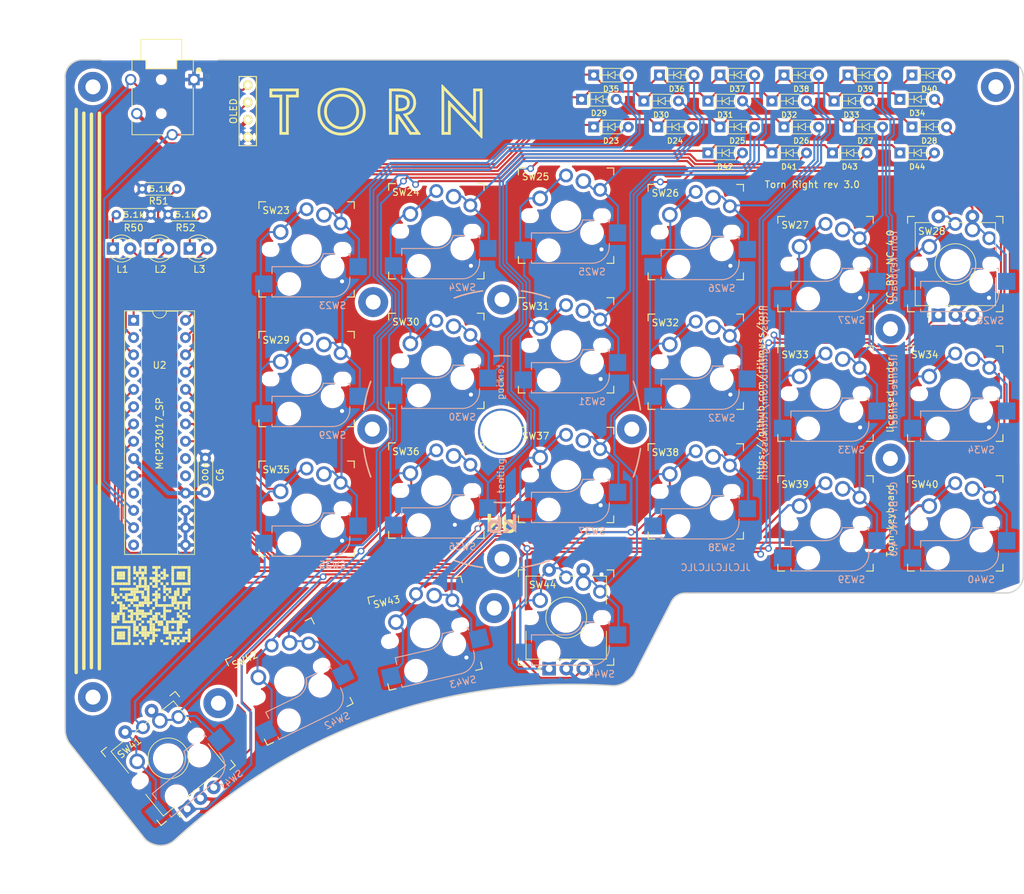
<source format=kicad_pcb>
(kicad_pcb (version 20221018) (generator pcbnew)
  (title_block (title "Torn Keyboard - Right") (rev "3.0"))
  (layers (0 "F.Cu" signal) (31 "B.Cu" signal) (34 "B.Paste" user) (35 "F.Paste" user) (36 "B.SilkS" user "B.Silkscreen") (37 "F.SilkS" user "F.Silkscreen") (38 "B.Mask" user) (39 "F.Mask" user) (44 "Edge.Cuts" user))
  (net 0 "")
  (net 1 "GND")
  (net 2 "+5V")
  (net 3 "/ROW0")
  (net 4 "/ROW1")
  (net 5 "/ROW2")
  (net 6 "/ROW3")
  (net 7 "/i2c_SCL")
  (net 8 "/i2c_SDA")
  (net 9 "/LED1")
  (net 10 "/LED2")
  (net 11 "/LED3")
  (net 12 "Net-(D23-Pad2)")
  (net 13 "Net-(D24-Pad2)")
  (net 14 "Net-(D25-Pad2)")
  (net 15 "Net-(D26-Pad2)")
  (net 16 "Net-(D27-Pad2)")
  (net 17 "Net-(D28-Pad2)")
  (net 18 "Net-(D29-Pad2)")
  (net 19 "Net-(D30-Pad2)")
  (net 20 "Net-(D31-Pad2)")
  (net 21 "Net-(D32-Pad2)")
  (net 22 "Net-(D33-Pad2)")
  (net 23 "Net-(D34-Pad2)")
  (net 24 "Net-(D35-Pad2)")
  (net 25 "Net-(D36-Pad2)")
  (net 26 "Net-(D37-Pad2)")
  (net 27 "Net-(D38-Pad2)")
  (net 28 "Net-(D39-Pad2)")
  (net 29 "Net-(D40-Pad2)")
  (net 30 "Net-(D41-Pad2)")
  (net 31 "Net-(D42-Pad2)")
  (net 32 "Net-(D43-Pad2)")
  (net 33 "Net-(L1-Pad1)")
  (net 34 "Net-(L2-Pad1)")
  (net 35 "Net-(L3-Pad1)")
  (net 36 "/COL6")
  (net 37 "/COL7")
  (net 38 "/COL8")
  (net 39 "/COL9")
  (net 40 "/COL10")
  (net 41 "/COL11")
  (net 42 "/ENC1_A")
  (net 43 "/ENC1_B")
  (net 44 "Net-(D44-Pad2)")
  (footprint "footprints:MountingHole_2.2mm_M2_Pad" (layer "F.Cu") (at 171.323 108.966)
    (fp_text reference "H3")
    (fp_text value "M2")
  )
  (footprint "footprints:MountingHole_2.2mm_M2_Pad" (layer "F.Cu") (at 171.3865 89.662)
    (fp_text reference "H10")
    (fp_text value "M2")
  )
  (footprint "footprints:MountingHole_2.2mm_M2_Pad" (layer "F.Cu") (at 72.644 144.907)
    (fp_text reference "H4")
    (fp_text value "M2")
  )
  (footprint "footprints:MountingHole_2.2mm_M2_Pad" (layer "F.Cu") (at 54.229 144.018)
    (fp_text reference "H8")
    (fp_text value "M2")
  )
  (footprint "footprints:D_DO-35_SOD27_P5.08mm_Horizontal" (layer "F.Cu") (at 152.654 64.0588)
    (fp_text reference "D41")
    (fp_text value "1N4148")
  )
  (footprint "footprints:Kailh_socket_MX_PG1350_EC11_optional" (layer "F.Cu") (at 123.698 132.3305)
    (fp_text reference "SW44")
    (fp_text value "Rotary_Encoder_Switch" hide)
  )
  (footprint "footprints:Kailh_socket_MX_PG1350_EC11_optional" (layer "F.Cu") (at 65.278 153.035 39)
    (fp_text reference "SW41")
    (fp_text value "Rotary_Encoder_Switch" hide)
  )
  (footprint "footprints:Kailh_socket_MX_PG1350_optional" (layer "F.Cu") (at 102.997 134.62 13)
    (fp_text reference "SW43")
    (fp_text value "SW_Push")
  )
  (footprint "footprints:Kailh_socket_MX_PG1350_optional" (layer "F.Cu") (at 83.058 141.732 26)
    (fp_text reference "SW42")
    (fp_text value "SW_Push")
  )
  (footprint "footprints:Kailh_socket_MX_PG1350_optional" (layer "F.Cu") (at 180.848 118.491)
    (fp_text reference "SW40")
    (fp_text value "SW_Push")
  )
  (footprint "footprints:Kailh_socket_MX_PG1350_optional" (layer "F.Cu") (at 161.798 118.491)
    (fp_text reference "SW39")
    (fp_text value "SW_Push")
  )
  (footprint "footprints:Kailh_socket_MX_PG1350_optional" (layer "F.Cu") (at 142.748 113.792)
    (fp_text reference "SW38")
    (fp_text value "SW_Push")
  )
  (footprint "footprints:Kailh_socket_MX_PG1350_optional" (layer "F.Cu") (at 123.698 111.379)
    (fp_text reference "SW37")
    (fp_text value "SW_Push")
  )
  (footprint "footprints:Kailh_socket_MX_PG1350_optional" (layer "F.Cu") (at 104.648 113.665)
    (fp_text reference "SW36")
    (fp_text value "SW_Push")
  )
  (footprint "footprints:Kailh_socket_MX_PG1350_optional" (layer "F.Cu") (at 85.598 116.332)
    (fp_text reference "SW35")
    (fp_text value "SW_Push")
  )
  (footprint "footprints:Kailh_socket_MX_PG1350_optional" (layer "F.Cu") (at 180.848 99.441)
    (fp_text reference "SW34")
    (fp_text value "SW_Push")
  )
  (footprint "footprints:Kailh_socket_MX_PG1350_optional" (layer "F.Cu") (at 161.798 99.441)
    (fp_text reference "SW33")
    (fp_text value "SW_Push")
  )
  (footprint "footprints:Kailh_socket_MX_PG1350_optional" (layer "F.Cu") (at 142.748 94.742)
    (fp_text reference "SW32")
    (fp_text value "SW_Push")
  )
  (footprint "footprints:Kailh_socket_MX_PG1350_optional" (layer "F.Cu") (at 123.698 92.329)
    (fp_text reference "SW31")
    (fp_text value "SW_Push")
  )
  (footprint "footprints:Kailh_socket_MX_PG1350_optional" (layer "F.Cu") (at 104.648 94.615)
    (fp_text reference "SW30")
    (fp_text value "SW_Push")
  )
  (footprint "footprints:Kailh_socket_MX_PG1350_optional" (layer "F.Cu") (at 85.598 97.282)
    (fp_text reference "SW29")
    (fp_text value "SW_Push")
  )
  (footprint "footprints:Kailh_socket_MX_PG1350_optional" (layer "F.Cu") (at 161.798 80.391)
    (fp_text reference "SW27")
    (fp_text value "SW_Push")
  )
  (footprint "footprints:Kailh_socket_MX_PG1350_optional" (layer "F.Cu") (at 142.748 75.692)
    (fp_text reference "SW26")
    (fp_text value "SW_Push")
  )
  (footprint "footprints:Kailh_socket_MX_PG1350_optional" (layer "F.Cu") (at 123.698 73.279)
    (fp_text reference "SW25")
    (fp_text value "SW_Push")
  )
  (footprint "footprints:Kailh_socket_MX_PG1350_optional" (layer "F.Cu") (at 104.648 75.565)
    (fp_text reference "SW24")
    (fp_text value "SW_Push")
  )
  (footprint "footprints:Kailh_socket_MX_PG1350_optional" (layer "F.Cu") (at 85.598 78.232)
    (fp_text reference "SW23")
    (fp_text value "SW_Push")
  )
  (footprint "footprints:DIP-28_W7.62mm_Socket" (layer "F.Cu") (at 60.198 88.646)
    (fp_text reference "U2")
    (fp_text value "MCP23017_SP")
  )
  (footprint "footprints:C_Disc_D4.3mm_W1.9mm_P5.00mm" (layer "F.Cu") (at 70.739 113.919 90)
    (fp_text reference "C6")
    (fp_text value "100n")
  )
  (footprint "footprints:CUI_SJ-43514" (layer "F.Cu") (at 64.262 55.88 -90)
    (fp_text reference "J2")
    (fp_text value "SJ-43514")
    (fp_line (start -5.5 -8.35) (end -5.5 -2.25) (stroke (width 0.0001)) (layer "Edge.Cuts"))
    (fp_line (start -5.5 -2.25) (end -4.2 -2.25) (stroke (width 0.0001)) (layer "Edge.Cuts"))
    (fp_line (start -5.5 2.25) (end -5.5 8.85) (stroke (width 0.0001)) (layer "Edge.Cuts"))
    (fp_line (start -4.2 -2.25) (end -4.2 2.25) (stroke (width 0.0001)) (layer "Edge.Cuts"))
    (fp_line (start -4.2 2.25) (end -5.5 2.25) (stroke (width 0.0001)) (layer "Edge.Cuts"))
  )
  (footprint "footprints:LED_D3.0mm" (layer "F.Cu") (at 57.15 78.105)
    (fp_text reference "L1")
    (fp_text value "LED")
  )
  (footprint "footprints:LED_D3.0mm" (layer "F.Cu") (at 62.738 78.105)
    (fp_text reference "L2")
    (fp_text value "LED")
  )
  (footprint "footprints:LED_D3.0mm" (layer "F.Cu") (at 68.453 78.105)
    (fp_text reference "L3")
    (fp_text value "LED")
  )
  (footprint "footprints:OLED_1side" (layer "F.Cu") (at 76.962 61.722 90)
    (fp_text reference "J3")
    (fp_text value "Conn_01x04" hide)
  )
  (footprint "footprints:R_Axial_DIN0204_L3.6mm_D1.6mm_P5.08mm_Horizontal" (layer "F.Cu") (at 62.738 73.152 180)
    (fp_text reference "R50")
    (fp_text value "5.1k")
  )
  (footprint "footprints:R_Axial_DIN0204_L3.6mm_D1.6mm_P5.08mm_Horizontal" (layer "F.Cu") (at 61.468 69.342)
    (fp_text reference "R51")
    (fp_text value "5.1k")
  )
  (footprint "footprints:R_Axial_DIN0204_L3.6mm_D1.6mm_P5.08mm_Horizontal" (layer "F.Cu") (at 65.278 73.123001)
    (fp_text reference "R52")
    (fp_text value "5.1k")
  )
  (footprint "footprints:D_DO-35_SOD27_P5.08mm_Horizontal" (layer "F.Cu") (at 173.228 52.6288)
    (fp_text reference "D40")
    (fp_text value "1N4148")
  )
  (footprint "footprints:D_DO-35_SOD27_P5.08mm_Horizontal" (layer "F.Cu") (at 154.432 52.6288)
    (fp_text reference "D38")
    (fp_text value "1N4148")
  )
  (footprint "footprints:D_DO-35_SOD27_P5.08mm_Horizontal" (layer "F.Cu") (at 145.034 52.6288)
    (fp_text reference "D37")
    (fp_text value "1N4148")
  )
  (footprint "footprints:D_DO-35_SOD27_P5.08mm_Horizontal" (layer "F.Cu") (at 154.432 60.2488)
    (fp_text reference "D26")
    (fp_text value "1N4148")
  )
  (footprint "footprints:D_DO-35_SOD27_P5.08mm_Horizontal" (layer "F.Cu") (at 145.034 60.2488)
    (fp_text reference "D25")
    (fp_text value "1N4148")
  )
  (footprint "footprints:D_DO-35_SOD27_P5.08mm_Horizontal" (layer "F.Cu") (at 135.89 60.2488)
    (fp_text reference "D24")
    (fp_text value "1N4148")
  )
  (footprint "footprints:D_DO-35_SOD27_P5.08mm_Horizontal" (layer "F.Cu") (at 126.492 60.2488)
    (fp_text reference "D23")
    (fp_text value "1N4148")
  )
  (footprint "footprints:MountingHole_2.2mm_M2_Pad" (layer "F.Cu") (at 54.229 54.356)
    (fp_text reference "H9")
    (fp_text value "M2")
  )
  (footprint "footprints:MountingHole_2.2mm_M2_Pad" (layer "F.Cu") (at 95.377 85.979)
    (fp_text reference "H7")
    (fp_text value "M2")
  )
  (footprint "footprints:MountingHole_2.2mm_M2_Pad" (layer "F.Cu") (at 186.817 54.356)
    (fp_text reference "H5")
    (fp_text value "M2")
  )
  (footprint "footprints:D_DO-35_SOD27_P5.08mm_Horizontal" (layer "F.Cu") (at 171.45 64.0588)
    (fp_text reference "D44")
    (fp_text value "1N4148")
  )
  (footprint "footprints:D_DO-35_SOD27_P5.08mm_Horizontal" (layer "F.Cu") (at 161.544 64.0588)
    (fp_text reference "D43")
    (fp_text value "1N4148")
  )
  (footprint "footprints:D_DO-35_SOD27_P5.08mm_Horizontal" (layer "F.Cu") (at 143.256 64.0588)
    (fp_text reference "D42")
    (fp_text value "1N4148")
  )
  (footprint "footprints:D_DO-35_SOD27_P5.08mm_Horizontal" (layer "F.Cu") (at 136.144 52.6288)
    (fp_text reference "D36")
    (fp_text value "1N4148")
  )
  (footprint "footprints:D_DO-35_SOD27_P5.08mm_Horizontal" (layer "F.Cu") (at 126.492 52.6288)
    (fp_text reference "D35")
    (fp_text value "1N4148")
  )
  (footprint "footprints:D_DO-35_SOD27_P5.08mm_Horizontal" (layer "F.Cu") (at 171.45 56.1848)
    (fp_text reference "D34")
    (fp_text value "1N4148")
  )
  (footprint "footprints:D_DO-35_SOD27_P5.08mm_Horizontal" (layer "F.Cu") (at 161.798 56.4388)
    (fp_text reference "D33")
    (fp_text value "1N4148")
  )
  (footprint "footprints:D_DO-35_SOD27_P5.08mm_Horizontal" (layer "F.Cu") (at 143.256 56.4388)
    (fp_text reference "D31")
    (fp_text value "1N4148")
  )
  (footprint "footprints:D_DO-35_SOD27_P5.08mm_Horizontal" (layer "F.Cu") (at 152.654 56.4388)
    (fp_text reference "D32")
    (fp_text value "1N4148")
  )
  (footprint "footprints:D_DO-35_SOD27_P5.08mm_Horizontal" (layer "F.Cu") (at 163.83 52.6288)
    (fp_text reference "D39")
    (fp_text value "1N4148")
  )
  (footprint "footprints:D_DO-35_SOD27_P5.08mm_Horizontal" (layer "F.Cu") (at 133.858 56.4388)
    (fp_text reference "D30")
    (fp_text value "1N4148")
  )
  (footprint "footprints:D_DO-35_SOD27_P5.08mm_Horizontal" (layer "F.Cu") (at 124.714 56.1848)
    (fp_text reference "D29")
    (fp_text value "1N4148")
  )
  (footprint "footprints:D_DO-35_SOD27_P5.08mm_Horizontal" (layer "F.Cu") (at 163.83 60.2488)
    (fp_text reference "D27")
    (fp_text value "1N4148")
  )
  (footprint "footprints:D_DO-35_SOD27_P5.08mm_Horizontal" (layer "F.Cu") (at 173.228 60.2488)
    (fp_text reference "D28")
    (fp_text value "1N4148")
  )
  (footprint "footprints:MountingHole_2.2mm_M2_Pad" (layer "F.Cu") (at 113.157 130.937)
    (fp_text reference "H6")
    (fp_text value "M2")
  )
  (footprint "footprints:torn_qr_code" (layer "F.Cu") (at 62.738 130.556)
    (fp_text reference "QR1" hide)
    (fp_text value "SYM_Arrow45_Small" hide)
  )
  (footprint "footprints:Tenting_Puck" (layer "F.Cu") (at 114.3 104.648)
    (fp_text reference "PUCK1")
    (fp_text value "PUCK")
  )
  (footprint "footprints:Kailh_socket_MX_PG1350_EC11_optional" (layer "F.Cu") (at 180.848 80.391)
    (fp_text reference "SW28")
    (fp_text value "Rotary_Encoder_Switch" hide)
  )
  (gr_line (start 97.900624 54.805275) (end 99.029241 54.805275) (stroke (width 0.2)) (layer "F.SilkS"))
  (gr_line (start 97.900624 61.188325) (end 97.900624 54.805275) (stroke (width 0.2)) (layer "F.SilkS"))
  (gr_line (start 98.863876 61.188325) (end 97.900624 61.188325) (stroke (width 0.2)) (layer "F.SilkS"))
  (gr_line (start 98.863876 58.575576) (end 98.863876 61.188325) (stroke (width 0.2)) (layer "F.SilkS"))
  (gr_curve (pts (xy 93.088534 55.661033) (xy 93.741724 56.311463) (xy 94.068315 57.092809) (xy 94.068315 58.005071)) (stroke (width 0.2)) (layer "F.SilkS"))
  (gr_curve (pts (xy 90.699028 61.304086) (xy 89.874964 61.304086) (xy 89.134961 61.018823) (xy 88.479015 60.448318)) (stroke (width 0.2)) (layer "F.SilkS"))
  (gr_curve (pts (xy 92.414683 56.28528) (xy 91.96268 55.822259) (xy 91.403203 55.590749) (xy 90.736235 55.590749)) (stroke (width 0.2)) (layer "F.SilkS"))
  (gr_curve (pts (xy 93.084406 60.340833) (xy 92.4257 60.982998) (xy 91.630575 61.304086) (xy 90.699028 61.304086)) (stroke (width 0.2)) (layer "F.SilkS"))
  (gr_curve (pts (xy 87.395882 57.96786) (xy 87.395882 57.069388) (xy 87.725231 56.297684) (xy 88.383931 55.652767)) (stroke (width 0.2)) (layer "F.SilkS"))
  (gr_curve (pts (xy 88.383931 55.652767) (xy 89.039875 55.00784) (xy 89.828111 54.685387) (xy 90.748636 54.685387)) (stroke (width 0.2)) (layer "F.SilkS"))
  (gr_line (start 81.708851 55.815698) (end 81.708851 61.29382) (stroke (width 0.2)) (layer "F.SilkS"))
  (gr_line (start 105.711969 61.082884) (end 105.711969 54.632884) (stroke (width 0.2)) (layer "F.SilkS"))
  (gr_line (start 106.463534 61.082884) (end 105.711969 61.082884) (stroke (width 0.2)) (layer "F.SilkS"))
  (gr_line (start 106.463534 56.456328) (end 106.463534 61.082884) (stroke (width 0.2)) (layer "F.SilkS"))
  (gr_line (start 111.119776 61.314129) (end 106.463534 56.456328) (stroke (width 0.2)) (layer "F.SilkS"))
  (gr_line (start 111.119776 54.911013) (end 111.119776 61.314129) (stroke (width 0.2)) (layer "F.SilkS"))
  (gr_line (start 110.366656 54.911013) (end 111.119776 54.911013) (stroke (width 0.2)) (layer "F.SilkS"))
  (gr_line (start 110.366656 59.50475) (end 110.366656 54.911013) (stroke (width 0.2)) (layer "F.SilkS"))
  (gr_line (start 105.711969 54.632884) (end 110.366656 59.50475) (stroke (width 0.2)) (layer "F.SilkS"))
  (gr_line (start 110.155719 58.976632) (end 105.501033 54.107887) (stroke (width 0.2)) (layer "F.SilkS"))
  (gr_line (start 110.155719 54.700067) (end 110.155719 58.976632) (stroke (width 0.2)) (layer "F.SilkS"))
  (gr_line (start 105.606591 61.188325) (end 105.606591 54.3712) (stroke (width 0.2)) (layer "F.SilkS"))
  (gr_line (start 111.330712 54.700067) (end 110.155719 54.700067) (stroke (width 0.2)) (layer "F.SilkS"))
  (gr_line (start 80.452601 55.604761) (end 80.452601 54.911013) (stroke (width 0.2)) (layer "F.SilkS"))
  (gr_line (start 81.92135 55.604761) (end 80.452601 55.604761) (stroke (width 0.2)) (layer "F.SilkS"))
  (gr_line (start 105.501033 61.29382) (end 105.607279 61.29382) (stroke (width 0.2)) (layer "F.SilkS"))
  (gr_line (start 105.501033 54.107887) (end 105.501033 61.29382) (stroke (width 0.2)) (layer "F.SilkS"))
  (gr_line (start 98.969784 57.629755) (end 98.969784 55.815698) (stroke (width 0.2)) (layer "F.SilkS"))
  (gr_line (start 80.347241 54.805275) (end 84.241562 54.805275) (stroke (width 0.2)) (layer "F.SilkS"))
  (gr_line (start 106.569833 61.188325) (end 105.606591 61.188325) (stroke (width 0.2)) (layer "F.SilkS"))
  (gr_line (start 92.338536 56.359448) (end 92.340653 56.359448) (stroke (width 0.2)) (layer "F.SilkS"))
  (gr_curve (pts (xy 89.053657 56.28528) (xy 88.596149 56.742787) (xy 88.367395 57.307778) (xy 88.367395 57.980264)) (stroke (width 0.2)) (layer "F.SilkS"))
  (gr_line (start 106.569833 56.719366) (end 106.569833 61.188325) (stroke (width 0.2)) (layer "F.SilkS"))
  (gr_line (start 99.169777 57.629755) (end 98.969784 57.629755) (stroke (width 0.2)) (layer "F.SilkS"))
  (gr_curve (pts (xy 93.15885 60.417256) (xy 93.832909 59.76019) (xy 94.174466 58.947739) (xy 94.174466 58.004754)) (stroke (width 0.2)) (layer "F.SilkS"))
  (gr_curve (pts (xy 99.169798 57.736361) (xy 100.08206 57.736361) (xy 100.53818 57.387714) (xy 100.53818 56.690431)) (stroke (width 0.2)) (layer "F.SilkS"))
  (gr_curve (pts (xy 89.078461 59.720714) (xy 89.549747 60.175469) (xy 90.09407 60.402841) (xy 90.711431 60.402841)) (stroke (width 0.2)) (layer "F.SilkS"))
  (gr_line (start 111.330712 61.840703) (end 111.330712 54.700067) (stroke (width 0.2)) (layer "F.SilkS"))
  (gr_line (start 106.676026 56.98288) (end 111.330712 61.840703) (stroke (width 0.2)) (layer "F.SilkS"))
  (gr_line (start 110.261584 54.805275) (end 111.224837 54.805275) (stroke (width 0.2)) (layer "F.SilkS"))
  (gr_line (start 111.224837 61.576935) (end 106.569833 56.719366) (stroke (width 0.2)) (layer "F.SilkS"))
  (gr_curve (pts (xy 89.129162 56.359448) (xy 89.568672 55.914641) (xy 90.097354 55.696953) (xy 90.736977 55.696953)) (stroke (width 0.2)) (layer "F.SilkS"))
  (gr_curve (pts (xy 100.924472 55.200065) (xy 100.519765 54.857853) (xy 99.885771 54.700067) (xy 99.029156 54.700067)) (stroke (width 0.2)) (layer "F.SilkS"))
  (gr_line (start 111.224837 54.805275) (end 111.224837 61.576935) (stroke (width 0.2)) (layer "F.SilkS"))
  (gr_line (start 110.261584 59.241162) (end 110.261584 54.805275) (stroke (width 0.2)) (layer "F.SilkS"))
  (gr_curve (pts (xy 101.582289 56.678197) (xy 101.582289 56.074227) (xy 101.359616 55.571392) (xy 100.924472 55.200065)) (stroke (width 0.2)) (layer "F.SilkS"))
  (gr_line (start 89.152638 59.643815) (end 89.151051 59.643815) (stroke (width 0.2)) (layer "F.SilkS"))
  (gr_curve (pts (xy 100.21197 58.495376) (xy 100.589256 58.384928) (xy 100.929541 58.212991) (xy 101.171349 57.90944)) (stroke (width 0.2)) (layer "F.SilkS"))
  (gr_line (start 106.676026 61.29382) (end 106.676026 56.98288) (stroke (width 0.2)) (layer "F.SilkS"))
  (gr_line (start 82.88385 61.29382) (end 82.88385 55.815698) (stroke (width 0.2)) (layer "F.SilkS"))
  (gr_curve (pts (xy 101.171349 57.90944) (xy 101.445309 57.565535) (xy 101.582289 57.150414) (xy 101.582289 56.678197)) (stroke (width 0.2)) (layer "F.SilkS"))
  (gr_line (start 81.814847 61.188325) (end 81.814847 55.710648) (stroke (width 0.2)) (layer "F.SilkS"))
  (gr_line (start 81.814847 55.710648) (end 80.347241 55.710648) (stroke (width 0.2)) (layer "F.SilkS"))
  (gr_line (start 98.863876 57.736361) (end 99.169798 57.736361) (stroke (width 0.2)) (layer "F.SilkS"))
  (gr_line (start 105.607279 61.29382) (end 106.676026 61.29382) (stroke (width 0.2)) (layer "F.SilkS"))
  (gr_curve (pts (xy 90.699475 61.409443) (xy 91.65534 61.409443) (xy 92.48229 61.07683) (xy 93.15885 60.417256)) (stroke (width 0.2)) (layer "F.SilkS"))
  (gr_line (start 84.241562 54.805275) (end 84.241562 55.710648) (stroke (width 0.2)) (layer "F.SilkS"))
  (gr_line (start 81.708851 61.29382) (end 82.88385 61.29382) (stroke (width 0.2)) (layer "F.SilkS"))
  (gr_curve (pts (xy 100.132278 57.390698) (xy 99.931258 57.544347) (xy 99.612424 57.629755) (xy 99.169777 57.629755)) (stroke (width 0.2)) (layer "F.SilkS"))
  (gr_line (start 99.207284 55.604761) (end 98.757281 55.604761) (stroke (width 0.2)) (layer "F.SilkS"))
  (gr_line (start 98.863876 55.710648) (end 98.863876 57.736361) (stroke (width 0.2)) (layer "F.SilkS"))
  (gr_line (start 97.79478 54.700067) (end 97.79478 61.29382) (stroke (width 0.2)) (layer "F.SilkS"))
  (gr_line (start 97.79478 61.29382) (end 98.969784 61.29382) (stroke (width 0.2)) (layer "F.SilkS"))
  (gr_line (start 98.969784 61.29382) (end 98.969784 58.681325) (stroke (width 0.2)) (layer "F.SilkS"))
  (gr_line (start 98.969784 58.681325) (end 98.982272 58.681325) (stroke (width 0.2)) (layer "F.SilkS"))
  (gr_line (start 98.982272 58.681325) (end 100.805706 61.29382) (stroke (width 0.2)) (layer "F.SilkS"))
  (gr_line (start 100.805706 61.29382) (end 102.24634 61.29382) (stroke (width 0.2)) (layer "F.SilkS"))
  (gr_line (start 102.24634 61.29382) (end 100.21196 58.495376) (stroke (width 0.2)) (layer "F.SilkS"))
  (gr_curve (pts (xy 99.029156 54.911013) (xy 99.85926 54.911013) (xy 100.443587 55.069329) (xy 100.788529 55.361017)) (stroke (width 0.2)) (layer "F.SilkS"))
  (gr_curve (pts (xy 100.788529 55.361017) (xy 101.180197 55.695228) (xy 101.371342 56.124625) (xy 101.371342 56.678197)) (stroke (width 0.2)) (layer "F.SilkS"))
  (gr_curve (pts (xy 101.371342 56.678197) (xy 101.371342 57.109976) (xy 101.249899 57.471671) (xy 101.00572 57.778196)) (stroke (width 0.2)) (layer "F.SilkS"))
  (gr_curve (pts (xy 101.00572 57.778196) (xy 100.761203 58.085134) (xy 100.443576 58.277677) (xy 100.040097 58.364132)) (stroke (width 0.2)) (layer "F.SilkS"))
  (gr_line (start 98.969784 55.815698) (end 99.207284 55.815698) (stroke (width 0.2)) (layer "F.SilkS"))
  (gr_line (start 82.778091 55.710648) (end 82.778091 61.188325) (stroke (width 0.2)) (layer "F.SilkS"))
  (gr_line (start 80.347241 55.710648) (end 80.347241 54.805275) (stroke (width 0.2)) (layer "F.SilkS"))
  (gr_line (start 80.241663 55.815698) (end 81.708851 55.815698) (stroke (width 0.2)) (layer "F.SilkS"))
  (gr_curve (pts (xy 92.406407 59.70831) (xy 92.866676 59.239775) (xy 93.09681 58.66927) (xy 93.09681 57.996795)) (stroke (width 0.2)) (layer "F.SilkS"))
  (gr_curve (pts (xy 93.01353 55.736016) (xy 93.649194 56.368984) (xy 93.961974 57.117765) (xy 93.961974 58.004754)) (stroke (width 0.2)) (layer "F.SilkS"))
  (gr_curve (pts (xy 90.747912 54.790702) (xy 91.632184 54.790702) (xy 92.380541 55.103016) (xy 93.01353 55.736016)) (stroke (width 0.2)) (layer "F.SilkS"))
  (gr_curve (pts (xy 94.174466 58.004754) (xy 94.174466 57.06724) (xy 93.834254 56.253901) (xy 93.163538 55.586008)) (stroke (width 0.2)) (layer "F.SilkS"))
  (gr_curve (pts (xy 93.163538 55.586008) (xy 92.495667 54.918136) (xy 91.682645 54.579755) (xy 90.747912 54.579755)) (stroke (width 0.2)) (layer "F.SilkS"))
  (gr_line (start 84.347914 54.700067) (end 80.241663 54.700067) (stroke (width 0.2)) (layer "F.SilkS"))
  (gr_curve (pts (xy 88.367395 57.980264) (xy 88.367395 58.685812) (xy 88.604417 59.265959) (xy 89.078461 59.720714)) (stroke (width 0.2)) (layer "F.SilkS"))
  (gr_curve (pts (xy 87.290099 57.967257) (xy 87.290099 59.014679) (xy 87.665437 59.878416) (xy 88.408849 60.52819)) (stroke (width 0.2)) (layer "F.SilkS"))
  (gr_curve (pts (xy 88.408849 60.52819) (xy 89.081353 61.11311) (xy 89.850987 61.409443) (xy 90.699475 61.409443)) (stroke (width 0.2)) (layer "F.SilkS"))
  (gr_line (start 55.1688 139.8524) (end 55.1688 58.2168) (stroke (width 0.5)) (layer "F.SilkS"))
  (gr_line (start 51.7652 140.4112) (end 51.7652 57.658) (stroke (width 0.5)) (layer "F.SilkS"))
  (gr_line (start 54.0004 139.679796) (end 54.0004 58.3692) (stroke (width 0.5)) (layer "F.SilkS"))
  (gr_line (start 52.8828 139.8016) (end 52.8828 58.2168) (stroke (width 0.5)) (layer "F.SilkS"))
  (gr_line (start 99.037506 58.575576) (end 98.863876 58.575576) (stroke (width 0.2)) (layer "F.SilkS"))
  (gr_curve (pts (xy 88.979163 56.211017) (xy 88.503322 56.686854) (xy 88.261977 57.283278) (xy 88.261977 57.979756)) (stroke (width 0.2)) (layer "F.SilkS"))
  (gr_curve (pts (xy 90.748636 54.685387) (xy 91.658134 54.685387) (xy 92.438104 55.010603) (xy 93.088534 55.661033)) (stroke (width 0.2)) (layer "F.SilkS"))
  (gr_line (start 105.606591 54.3712) (end 110.261584 59.241162) (stroke (width 0.2)) (layer "F.SilkS"))
  (gr_line (start 102.038865 61.188325) (end 100.860644 61.188325) (stroke (width 0.2)) (layer "F.SilkS"))
  (gr_line (start 100.860644 61.188325) (end 99.037506 58.575576) (stroke (width 0.2)) (layer "F.SilkS"))
  (gr_line (start 100.062756 58.468092) (end 102.038865 61.188325) (stroke (width 0.2)) (layer "F.SilkS"))
  (gr_curve (pts (xy 90.736977 55.484439) (xy 90.048694 55.484439) (xy 89.454487 55.730502) (xy 88.979163 56.211017)) (stroke (width 0.2)) (layer "F.SilkS"))
  (gr_curve (pts (xy 88.310413 55.576631) (xy 87.634157 56.238745) (xy 87.290099 57.04292) (xy 87.290099 57.967257)) (stroke (width 0.2)) (layer "F.SilkS"))
  (gr_curve (pts (xy 100.53818 56.690431) (xy 100.53818 56.037239) (xy 100.094453 55.710648) (xy 99.206999 55.710648)) (stroke (width 0.2)) (layer "F.SilkS"))
  (gr_curve (pts (xy 94.068315 58.005071) (xy 94.068315 58.922837) (xy 93.740348 59.701431) (xy 93.084406 60.340833)) (stroke (width 0.2)) (layer "F.SilkS"))
  (gr_curve (pts (xy 90.711431 60.402841) (xy 91.381158 60.402841) (xy 91.946149 60.171331) (xy 92.406407 59.70831)) (stroke (width 0.2)) (layer "F.SilkS"))
  (gr_curve (pts (xy 99.029241 54.805275) (xy 99.872594 54.805275) (xy 100.481687 54.96375) (xy 100.856506 55.2807)) (stroke (width 0.2)) (layer "F.SilkS"))
  (gr_curve (pts (xy 100.856506 55.2807) (xy 101.269922 55.633474) (xy 101.476625 56.099246) (xy 101.476625 56.678017)) (stroke (width 0.2)) (layer "F.SilkS"))
  (gr_curve (pts (xy 101.476625 56.678017) (xy 101.476625 57.13002) (xy 101.347085 57.51863) (xy 101.088016 57.843845)) (stroke (width 0.2)) (layer "F.SilkS"))
  (gr_curve (pts (xy 101.088016 57.843845) (xy 100.828947 58.16906) (xy 100.48719 58.377139) (xy 100.062756 58.468092)) (stroke (width 0.2)) (layer "F.SilkS"))
  (gr_line (start 82.672914 55.604761) (end 82.672914 55.711007) (stroke (width 0.2)) (layer "F.SilkS"))
  (gr_line (start 82.672914 55.711007) (end 82.672914 61.082884) (stroke (width 0.2)) (layer "F.SilkS"))
  (gr_line (start 82.672914 61.082884) (end 81.92135 61.082884) (stroke (width 0.2)) (layer "F.SilkS"))
  (gr_line (start 81.92135 61.082884) (end 81.92135 55.604761) (stroke (width 0.2)) (layer "F.SilkS"))
  (gr_curve (pts (xy 88.479015 60.448318) (xy 87.756926 59.817181) (xy 87.395882 58.990358) (xy 87.395882 57.96786)) (stroke (width 0.2)) (layer "F.SilkS"))
  (gr_line (start 92.480723 59.78288) (end 92.48284 59.78288) (stroke (width 0.2)) (layer "F.SilkS"))
  (gr_curve (pts (xy 89.151039 59.643815) (xy 88.696726 59.207994) (xy 88.472913 58.661608) (xy 88.472913 57.979756)) (stroke (width 0.2)) (layer "F.SilkS"))
  (gr_curve (pts (xy 88.472913 57.979756) (xy 88.472913 57.331273) (xy 88.689989 56.798625) (xy 89.129162 56.359448)) (stroke (width 0.2)) (layer "F.SilkS"))
  (gr_curve (pts (xy 92.991697 57.996943) (xy 92.991697 58.645278) (xy 92.773289 59.18397) (xy 92.330757 59.634438)) (stroke (width 0.2)) (layer "F.SilkS"))
  (gr_curve (pts (xy 92.330757 59.634438) (xy 91.888596 60.079256) (xy 91.357345 60.296944) (xy 90.712013 60.296944)) (stroke (width 0.2)) (layer "F.SilkS"))
  (gr_line (start 82.88385 55.815698) (end 84.347914 55.815698) (stroke (width 0.2)) (layer "F.SilkS"))
  (gr_line (start 84.347914 55.815698) (end 84.347914 54.700067) (stroke (width 0.2)) (layer "F.SilkS"))
  (gr_line (start 88.457287 55.728195) (end 88.458875 55.728195) (stroke (width 0.2)) (layer "F.SilkS"))
  (gr_curve (pts (xy 90.736977 55.696953) (xy 91.379454 55.696953) (xy 91.904715 55.915043) (xy 92.338536 56.359448)) (stroke (width 0.2)) (layer "F.SilkS"))
  (gr_curve (pts (xy 89.005725 59.796946) (xy 89.493631 60.267734) (xy 90.068631 60.509447) (xy 90.711977 60.509447)) (stroke (width 0.2)) (layer "F.SilkS"))
  (gr_curve (pts (xy 90.711977 60.509447) (xy 91.406092 60.509447) (xy 92.002367 60.264104) (xy 92.480723 59.78288)) (stroke (width 0.2)) (layer "F.SilkS"))
  (gr_curve (pts (xy 92.482321 59.78288) (xy 92.960328 59.29629) (xy 93.202632 58.69357) (xy 93.202632 57.996943)) (stroke (width 0.2)) (layer "F.SilkS"))
  (gr_curve (pts (xy 88.458887 55.728195) (xy 89.097183 55.100624) (xy 89.852136 54.790702) (xy 90.747948 54.790702)) (stroke (width 0.2)) (layer "F.SilkS"))
  (gr_line (start 80.452601 54.911013) (end 84.135413 54.911013) (stroke (width 0.2)) (layer "F.SilkS"))
  (gr_line (start 84.135413 54.911013) (end 84.135413 55.604761) (stroke (width 0.2)) (layer "F.SilkS"))
  (gr_line (start 84.135413 55.604761) (end 82.672914 55.604761) (stroke (width 0.2)) (layer "F.SilkS"))
  (gr_curve (pts (xy 93.09681 57.996795) (xy 93.09681 57.316044) (xy 92.869428 56.745539) (xy 92.414683 56.28528)) (stroke (width 0.2)) (layer "F.SilkS"))
  (gr_curve (pts (xy 88.261977 57.979756) (xy 88.261977 58.709011) (xy 88.511951 59.323267) (xy 89.005725 59.796946)) (stroke (width 0.2)) (layer "F.SilkS"))
  (gr_curve (pts (xy 90.747912 54.579755) (xy 89.802669 54.579755) (xy 88.984005 54.914368) (xy 88.310413 55.576631)) (stroke (width 0.2)) (layer "F.SilkS"))
  (gr_curve (pts (xy 92.340134 56.359448) (xy 92.776548 56.801143) (xy 92.991697 57.339761) (xy 92.991697 57.996943)) (stroke (width 0.2)) (layer "F.SilkS"))
  (gr_line (start 80.241663 54.700067) (end 80.241663 55.815698) (stroke (width 0.2)) (layer "F.SilkS"))
  (gr_curve (pts (xy 90.712013 60.296944) (xy 90.120641 60.296944) (xy 89.607309 60.082537) (xy 89.152638 59.643815)) (stroke (width 0.2)) (layer "F.SilkS"))
  (gr_curve (pts (xy 90.736235 55.590749) (xy 90.072023 55.590749) (xy 89.511162 55.822259) (xy 89.053657 56.28528)) (stroke (width 0.2)) (layer "F.SilkS"))
  (gr_curve (pts (xy 90.699475 61.198507) (xy 89.899832 61.198507) (xy 89.187297 60.924927) (xy 88.547913 60.368816)) (stroke (width 0.2)) (layer "F.SilkS"))
  (gr_curve (pts (xy 88.547913 60.368816) (xy 87.847145 59.756316) (xy 87.501038 58.964842) (xy 87.501038 57.967257)) (stroke (width 0.2)) (layer "F.SilkS"))
  (gr_curve (pts (xy 87.501038 57.967257) (xy 87.501038 57.09464) (xy 87.816142 56.355934) (xy 88.457287 55.728195)) (stroke (width 0.2)) (layer "F.SilkS"))
  (gr_curve (pts (xy 93.202632 57.996943) (xy 93.202632 57.292623) (xy 92.963228 56.689828) (xy 92.490132 56.211017)) (stroke (width 0.2)) (layer "F.SilkS"))
  (gr_curve (pts (xy 92.490132 56.211017) (xy 92.019967 55.729369) (xy 91.428465 55.484439) (xy 90.737013 55.484439)) (stroke (width 0.2)) (layer "F.SilkS"))
  (gr_curve (pts (xy 93.961974 58.004754) (xy 93.961974 58.89732) (xy 93.648231 59.643953) (xy 93.010408 60.265702)) (stroke (width 0.2)) (layer "F.SilkS"))
  (gr_curve (pts (xy 93.010408 60.265702) (xy 92.369566 60.890447) (xy 91.606709 61.198507) (xy 90.699475 61.198507)) (stroke (width 0.2)) (layer "F.SilkS"))
  (gr_line (start 82.778091 61.188325) (end 81.814847 61.188325) (stroke (width 0.2)) (layer "F.SilkS"))
  (gr_line (start 84.241562 55.710648) (end 82.778091 55.710648) (stroke (width 0.2)) (layer "F.SilkS"))
  (gr_line (start 99.206999 55.710648) (end 98.863876 55.710648) (stroke (width 0.2)) (layer "F.SilkS"))
  (gr_line (start 99.029156 54.700067) (end 97.79478 54.700067) (stroke (width 0.2)) (layer "F.SilkS"))
  (gr_line (start 98.005716 54.911013) (end 99.029156 54.911013) (stroke (width 0.2)) (layer "F.SilkS"))
  (gr_curve (pts (xy 99.169777 57.842257) (xy 99.639391 57.842257) (xy 100.005299 57.754416) (xy 100.26041 57.559439)) (stroke (width 0.2)) (layer "F.SilkS"))
  (gr_curve (pts (xy 100.26041 57.559439) (xy 100.515511 57.364452) (xy 100.644776 57.062425) (xy 100.644776 56.690696)) (stroke (width 0.2)) (layer "F.SilkS"))
  (gr_curve (pts (xy 100.644776 56.690696) (xy 100.644776 56.340144) (xy 100.517204 56.053643) (xy 100.268221 55.870392)) (stroke (width 0.2)) (layer "F.SilkS"))
  (gr_curve (pts (xy 100.268221 55.870392) (xy 100.019227 55.687121) (xy 99.663987 55.604761) (xy 99.207284 55.604761)) (stroke (width 0.2)) (layer "F.SilkS"))
  (gr_line (start 100.040097 58.364132) (end 99.882278 58.398528) (stroke (width 0.2)) (layer "F.SilkS"))
  (gr_line (start 99.882278 58.398528) (end 99.977634 58.529782) (stroke (width 0.2)) (layer "F.SilkS"))
  (gr_line (start 99.977634 58.529782) (end 101.830765 61.082905) (stroke (width 0.2)) (layer "F.SilkS"))
  (gr_line (start 101.830765 61.082905) (end 100.915137 61.082905) (stroke (width 0.2)) (layer "F.SilkS"))
  (gr_line (start 100.915137 61.082905) (end 99.093259 58.47041) (stroke (width 0.2)) (layer "F.SilkS"))
  (gr_line (start 99.093259 58.47041) (end 98.757323 58.47041) (stroke (width 0.2)) (layer "F.SilkS"))
  (gr_line (start 98.757323 58.47041) (end 98.757323 61.082905) (stroke (width 0.2)) (layer "F.SilkS"))
  (gr_line (start 98.757323 61.082905) (end 98.005759 61.082905) (stroke (width 0.2)) (layer "F.SilkS"))
  (gr_line (start 98.005759 61.082905) (end 98.005759 54.911013) (stroke (width 0.2)) (layer "F.SilkS"))
  (gr_line (start 98.757281 55.604761) (end 98.757281 57.842257) (stroke (width 0.2)) (layer "F.SilkS"))
  (gr_line (start 98.757281 57.842257) (end 98.863527 57.842257) (stroke (width 0.2)) (layer "F.SilkS"))
  (gr_line (start 98.863527 57.842257) (end 99.169777 57.842257) (stroke (width 0.2)) (layer "F.SilkS"))
  (gr_curve (pts (xy 99.207284 55.815698) (xy 99.638026 55.815698) (xy 99.948488 55.897401) (xy 100.143221 56.040699)) (stroke (width 0.2)) (layer "F.SilkS"))
  (gr_curve (pts (xy 100.143221 56.040699) (xy 100.337954 56.184029) (xy 100.432284 56.388065) (xy 100.432284 56.690696)) (stroke (width 0.2)) (layer "F.SilkS"))
  (gr_curve (pts (xy 100.432284 56.690696) (xy 100.432284 57.01626) (xy 100.333329 57.237039) (xy 100.132278 57.390698)) (stroke (width 0.2)) (layer "F.SilkS"))
  (gr_curve (pts (xy 63.892419 165.802963) (xy 63.049631 165.725278) (xy 62.276709 165.301841) (xy 61.854055 164.840895)) (stroke (width 0.2)) (layer "Edge.Cuts"))
  (gr_curve (pts (xy 66.2051 165.043358) (xy 65.572509 165.605634) (xy 64.735207 165.880647) (xy 63.892419 165.802963)) (stroke (width 0.2)) (layer "Edge.Cuts"))
  (gr_curve (pts (xy 133.700495 140.670255) (xy 133.049352 141.563891) (xy 131.946436 142.283753) (xy 130.714496 142.34795)) (stroke (width 0.2)) (layer "Edge.Cuts"))
  (gr_line (start 61.854055 164.840895) (end 50.896495 150.957255) (stroke (width 0.2)) (layer "Edge.Cuts"))
  (gr_curve (pts (xy 66.2051 165.043358) (xy 84.35086 148.45284) (xy 106.44886 140.70584) (xy 130.714496 142.34795)) (stroke (width 0.2)) (layer "Edge.Cuts"))
  (gr_line (start 72.612 50.38) (end 188.37146 50.38) (stroke (width 0.2)) (layer "Edge.Cuts"))
  (gr_line (start 190.847955 53.045476) (end 190.847955 126.319255) (stroke (width 0.2)) (layer "Edge.Cuts"))
  (gr_line (start 50.150184 53.162242) (end 50.144655 148.755075) (stroke (width 0.2)) (layer "Edge.Cuts"))
  (gr_arc (start 188.372339 50.38003) (mid 190.152665 51.208873) (end 190.847955 53.045476) (stroke (width 0.2)) (layer "Edge.Cuts"))
  (gr_arc (start 50.150184 53.162242) (mid 50.793661 51.209798) (end 52.674495 50.38) (stroke (width 0.2)) (layer "Edge.Cuts"))
  (gr_line (start 133.700495 140.670255) (end 139.034495 130.256255) (stroke (width 0.2)) (layer "Edge.Cuts"))
  (gr_line (start 188.221499 128.71445) (end 141.320495 128.734795) (stroke (width 0.2)) (layer "Edge.Cuts"))
  (gr_curve (pts (xy 141.320495 128.734795) (xy 140.1826 128.7018) (xy 139.4206 129.3622) (xy 139.034495 130.256255)) (stroke (width 0.2)) (layer "Edge.Cuts"))
  (gr_arc (start 190.847955 126.319255) (mid 190.02113 128.050219) (end 188.221499 128.71445) (stroke (width 0.2)) (layer "Edge.Cuts"))
  (gr_line (start 55.412 50.38) (end 52.674495 50.38) (stroke (width 0.2)) (layer "Edge.Cuts"))
  (gr_curve (pts (xy 50.896495 150.957255) (xy 50.399808 150.33547) (xy 50.15162 149.551444) (xy 50.144655 148.755075)) (stroke (width 0.2)) (layer "Edge.Cuts"))
  (gr_text "JLCJLCJLCJLC" (at 145.669 124.968) (layer "B.SilkS") (effects (font (size 1 1)) (justify mirror)))
  (gr_text "https://github.com/rtitmuss/torn" (at 152.781 99.314 90) (layer "B.SilkS") (effects (font (size 1 1)) (justify mirror)))
  (gr_text "Torn keyboard          licensed under          CC BY-NC 4.0" (at 171.831 99.3775 90) (layer "B.SilkS") (effects (font (size 1 1)) (justify mirror)))
  (gr_text "https://github.com/rtitmuss/torn" (at 152.2984 99.2632 90) (layer "F.SilkS") (effects (font (size 1 1))))
  (gr_text "Torn Right rev 3.0" (at 152.781 68.707) (layer "F.SilkS") (effects (font (size 1 1)) (justify left)))
  (gr_text "Torn keyboard          licensed under          CC BY-NC 4.0" (at 171.323 99.3775 90) (layer "F.SilkS") (effects (font (size 1 1))))
  (via (at 128.905 78.232) (size 1) (drill 0.6) (layers "F.Cu" "B.Cu") (net 1))
  (via (at 90.805 101.981) (size 1) (drill 0.6) (layers "F.Cu" "B.Cu") (net 1))
  (via (at 128.778 97.282) (size 1) (drill 0.6) (layers "F.Cu" "B.Cu") (net 1))
  (via (at 109.0676 138.2014) (size 1) (drill 0.6) (layers "F.Cu" "B.Cu") (net 1))
  (via (at 147.828 80.645) (size 1) (drill 0.6) (layers "F.Cu" "B.Cu") (net 1))
  (via (at 109.728 80.645) (size 1) (drill 0.6) (layers "F.Cu" "B.Cu") (net 1))
  (via (at 147.828 99.568) (size 1) (drill 0.6) (layers "F.Cu" "B.Cu") (net 1))
  (via (at 128.778 115.824) (size 1) (drill 0.6) (layers "F.Cu" "B.Cu") (net 1))
  (via (at 185.801 104.394) (size 1) (drill 0.6) (layers "F.Cu" "B.Cu") (net 1))
  (via (at 90.805 82.931) (size 1) (drill 0.6) (layers "F.Cu" "B.Cu") (net 1))
  (via (at 128.905 125.984) (size 1) (drill 0.6) (layers "F.Cu" "B.Cu") (net 1))
  (via (at 107.3658 118.6942) (size 1) (drill 0.6) (layers "F.Cu" "B.Cu") (net 1))
  (via (at 185.801 85.344) (size 1) (drill 0.6) (layers "F.Cu" "B.Cu") (net 1))
  (via (at 166.878 85.344) (size 1) (drill 0.6) (layers "F.Cu" "B.Cu") (net 1))
  (via (at 166.878 104.394) (size 1) (drill 0.6) (layers "F.Cu" "B.Cu") (net 1))
  (via (at 109.728 99.568) (size 1) (drill 0.6) (layers "F.Cu" "B.Cu") (net 1))
  (via (at 90.805 121.031) (size 1) (drill 0.6) (layers "F.Cu" "B.Cu") (net 1))
  (segment (start 123.518 139.393) (end 123.518 139.52) (width 0.3) (layer "B.Cu") (net 1))
  (segment (start 66.417999 112.645999) (end 67.818 114.046) (width 0.6) (layer "F.Cu") (net 2))
  (segment (start 66.417999 87.973999) (end 66.417999 112.645999) (width 0.6) (layer "F.Cu") (net 2))
  (segment (start 73.67199 62.47201) (end 73.67199 80.720008) (width 0.6) (layer "F.Cu") (net 2))
  (segment (start 73.67199 80.720008) (end 66.417999 87.973999) (width 0.6) (layer "F.Cu") (net 2))
  (segment (start 76.962 59.182) (end 73.67199 62.47201) (width 0.6) (layer "F.Cu") (net 2))
  (segment (start 73.338999 62.805001) (end 76.962 59.182) (width 0.6) (layer "F.Cu") (net 2))
  (segment (start 60.662 58.28) (end 65.187001 62.805001) (width 0.6) (layer "F.Cu") (net 2))
  (segment (start 65.187001 62.805001) (end 73.338999 62.805001) (width 0.6) (layer "F.Cu") (net 2))
  (segment (start 67.818 114.046) (end 65.278 114.046) (width 0.6) (layer "B.Cu") (net 2))
  (segment (start 70.612 114.046) (end 70.739 113.919) (width 0.6) (layer "B.Cu") (net 2))
  (segment (start 67.818 114.046) (end 70.612 114.046) (width 0.6) (layer "B.Cu") (net 2))
  (segment (start 67.945 113.919) (end 67.818 114.046) (width 0.6) (layer "B.Cu") (net 2))
  (segment (start 65.278 114.046) (end 60.198 108.966) (width 0.6) (layer "B.Cu") (net 2))
  (segment (start 127.762 59.944) (end 120.45624 59.944) (width 0.3) (layer "F.Cu") (net 3))
  (segment (start 68.968001 92.575999) (end 67.818 93.726) (width 0.3) (layer "F.Cu") (net 3))
  (segment (start 75.42202 79.86702) (end 75.42202 80.29722) (width 0.3) (layer "F.Cu") (net 3))
  (segment (start 76.948401 66.705839) (end 75.42202 68.23222) (width 0.3) (layer "F.Cu") (net 3))
  (segment (start 68.968001 90.743119) (end 68.968001 92.575999) (width 0.3) (layer "F.Cu") (net 3))
  (segment (start 69.68757 90.02355) (end 69.68757 88.19067) (width 0.3) (layer "F.Cu") (net 3))
  (segment (start 75.42202 68.23222) (end 75.42202 79.86702) (width 0.3) (layer "F.Cu") (net 3))
  (segment (start 75.42202 82.45622) (end 75.42202 79.86702) (width 0.3) (layer "F.Cu") (net 3))
  (segment (start 68.968001 90.743119) (end 69.68757 90.02355) (width 0.3) (layer "F.Cu") (net 3))
  (segment (start 69.68757 88.19067) (end 75.42202 82.45622) (width 0.3) (layer "F.Cu") (net 3))
  (segment (start 113.694401 66.705839) (end 76.948401 66.705839) (width 0.3) (layer "F.Cu") (net 3))
  (segment (start 120.45624 59.944) (end 113.694401 66.705839) (width 0.3) (layer "F.Cu") (net 3))
  (segment (start 154.551999 59.098799) (end 147.454001 59.098799) (width 0.3) (layer "F.Cu") (net 3))
  (segment (start 137.16 60.2488) (end 136.009999 59.098799) (width 0.3) (layer "F.Cu") (net 3))
  (segment (start 156.852001 59.098799) (end 155.702 60.2488) (width 0.3) (layer "F.Cu") (net 3))
  (segment (start 173.347999 59.098799) (end 166.250001 59.098799) (width 0.3) (layer "F.Cu") (net 3))
  (segment (start 138.310001 59.098799) (end 137.16 60.2488) (width 0.3) (layer "F.Cu") (net 3))
  (segment (start 165.1 60.2488) (end 163.949999 59.098799) (width 0.3) (layer "F.Cu") (net 3))
  (segment (start 166.250001 59.098799) (end 165.1 60.2488) (width 0.3) (layer "F.Cu") (net 3))
  (segment (start 155.702 60.2488) (end 154.551999 59.098799) (width 0.3) (layer "F.Cu") (net 3))
  (segment (start 163.949999 59.098799) (end 156.852001 59.098799) (width 0.3) (layer "F.Cu") (net 3))
  (segment (start 147.454001 59.098799) (end 146.304 60.2488) (width 0.3) (layer "F.Cu") (net 3))
  (segment (start 128.912001 59.098799) (end 127.762 60.2488) (width 0.3) (layer "F.Cu") (net 3))
  (segment (start 174.498 60.2488) (end 173.347999 59.098799) (width 0.3) (layer "F.Cu") (net 3))
  (segment (start 145.153999 59.098799) (end 138.310001 59.098799) (width 0.3) (layer "F.Cu") (net 3))
  (segment (start 136.009999 59.098799) (end 128.912001 59.098799) (width 0.3) (layer "F.Cu") (net 3))
  (segment (start 146.304 60.2488) (end 145.153999 59.098799) (width 0.3) (layer "F.Cu") (net 3))
  (segment (start 74.92201 80.09011) (end 74.92201 79.74801) (width 0.3) (layer "F.Cu") (net 4))
  (segment (start 74.92201 68.02511) (end 74.92201 79.74801) (width 0.3) (layer "F.Cu") (net 4))
  (segment (start 76.741291 66.205829) (end 74.92201 68.02511) (width 0.3) (layer "F.Cu") (net 4))
  (segment (start 67.818 91.186) (end 69.18756 89.81644) (width 0.3) (layer "F.Cu") (net 4))
  (segment (start 74.92201 82.24911) (end 74.92201 79.74801) (width 0.3) (layer "F.Cu") (net 4))
  (segment (start 69.18756 87.98356) (end 74.92201 82.24911) (width 0.3) (layer "F.Cu") (net 4))
  (segment (start 69.18756 89.81644) (end 69.18756 87.98356) (width 0.3) (layer "F.Cu") (net 4))
  (segment (start 113.487291 66.205829) (end 76.741291 66.205829) (width 0.3) (layer "F.Cu") (net 4))
  (segment (start 123.81312 55.88) (end 113.487291 66.205829) (width 0.3) (layer "F.Cu") (net 4))
  (segment (start 125.984 55.88) (end 123.81312 55.88) (width 0.3) (layer "F.Cu") (net 4))
  (segment (start 153.924 56.4388) (end 152.773999 55.288799) (width 0.3) (layer "F.Cu") (net 4))
  (segment (start 135.128 56.4388) (end 133.723999 55.034799) (width 0.3) (layer "F.Cu") (net 4))
  (segment (start 136.278001 55.288799) (end 135.128 56.4388) (width 0.3) (layer "F.Cu") (net 4))
  (segment (start 164.218001 55.288799) (end 163.068 56.4388) (width 0.3) (layer "F.Cu") (net 4))
  (segment (start 171.823999 55.288799) (end 164.218001 55.288799) (width 0.3) (layer "F.Cu") (net 4))
  (segment (start 144.526 56.4388) (end 143.375999 55.288799) (width 0.3) (layer "F.Cu") (net 4))
  (segment (start 161.917999 55.288799) (end 155.074001 55.288799) (width 0.3) (layer "F.Cu") (net 4))
  (segment (start 127.134001 55.034799) (end 125.984 56.1848) (width 0.3) (layer "F.Cu") (net 4))
  (segment (start 143.375999 55.288799) (end 136.278001 55.288799) (width 0.3) (layer "F.Cu") (net 4))
  (segment (start 145.676001 55.288799) (end 144.526 56.4388) (width 0.3) (layer "F.Cu") (net 4))
  (segment (start 152.773999 55.288799) (end 145.676001 55.288799) (width 0.3) (layer "F.Cu") (net 4))
  (segment (start 155.074001 55.288799) (end 153.924 56.4388) (width 0.3) (layer "F.Cu") (net 4))
  (segment (start 172.72 56.1848) (end 171.823999 55.288799) (width 0.3) (layer "F.Cu") (net 4))
  (segment (start 163.068 56.4388) (end 161.917999 55.288799) (width 0.3) (layer "F.Cu") (net 4))
  (segment (start 133.723999 55.034799) (end 127.134001 55.034799) (width 0.3) (layer "F.Cu") (net 4))
  (segment (start 74.422 82.042) (end 67.818 88.646) (width 0.3) (layer "F.Cu") (net 5))
  (segment (start 74.422 67.818) (end 74.422 82.042) (width 0.3) (layer "F.Cu") (net 5))
  (segment (start 76.534181 65.705819) (end 74.422 67.818) (width 0.3) (layer "F.Cu") (net 5))
  (segment (start 113.280181 65.705819) (end 76.534181 65.705819) (width 0.3) (layer "F.Cu") (net 5))
  (segment (start 166.250001 53.778801) (end 173.347999 53.778801) (width 0.3) (layer "F.Cu") (net 5))
  (segment (start 145.153999 53.778801) (end 146.304 52.6288) (width 0.3) (layer "F.Cu") (net 5))
  (segment (start 124.6212 54.3648) (end 113.280181 65.705819) (width 0.3) (layer "F.Cu") (net 5))
  (segment (start 137.414 52.6288) (end 138.564001 53.778801) (width 0.3) (layer "F.Cu") (net 5))
  (segment (start 136.263999 53.778801) (end 137.414 52.6288) (width 0.3) (layer "F.Cu") (net 5))
  (segment (start 155.702 52.6288) (end 156.852001 53.778801) (width 0.3) (layer "F.Cu") (net 5))
  (segment (start 127.762 52.5526) (end 126.4334 52.5526) (width 0.3) (layer "F.Cu") (net 5))
  (segment (start 147.454001 53.778801) (end 154.551999 53.778801) (width 0.3) (layer "F.Cu") (net 5))
  (segment (start 154.551999 53.778801) (end 155.702 52.6288) (width 0.3) (layer "F.Cu") (net 5))
  (segment (start 128.912001 53.778801) (end 136.263999 53.778801) (width 0.3) (layer "F.Cu") (net 5))
  (segment (start 173.347999 53.778801) (end 174.498 52.6288) (width 0.3) (layer "F.Cu") (net 5))
  (segment (start 127.762 52.6288) (end 128.912001 53.778801) (width 0.3) (layer "F.Cu") (net 5))
  (segment (start 138.564001 53.778801) (end 145.153999 53.778801) (width 0.3) (layer "F.Cu") (net 5))
  (segment (start 165.1 52.6288) (end 166.250001 53.778801) (width 0.3) (layer "F.Cu") (net 5))
  (segment (start 146.304 52.6288) (end 147.454001 53.778801) (width 0.3) (layer "F.Cu") (net 5))
  (segment (start 163.949999 53.778801) (end 165.1 52.6288) (width 0.3) (layer "F.Cu") (net 5))
  (segment (start 126.4334 52.5526) (end 124.6212 54.3648) (width 0.3) (layer "F.Cu") (net 5))
  (segment (start 156.852001 53.778801) (end 163.949999 53.778801) (width 0.3) (layer "F.Cu") (net 5))
  (segment (start 70.18758 88.39778) (end 70.18758 90.23066) (width 0.3) (layer "F.Cu") (net 6))
  (segment (start 75.92203 82.70097) (end 73.787 84.836) (width 0.3) (layer "F.Cu") (net 6))
  (segment (start 75.92203 80.03397) (end 75.92203 81.04997) (width 0.3) (layer "F.Cu") (net 6))
  (segment (start 75.92203 81.04997) (end 75.92203 81.38303) (width 0.3) (layer "F.Cu") (net 6))
  (segment (start 75.92203 81.55797) (end 75.92203 82.66333) (width 0.3) (layer "F.Cu") (net 6))
  (segment (start 75.92203 81.38303) (end 75.92203 81.55797) (width 0.3) (layer "F.Cu") (net 6))
  (segment (start 75.92203 81.04997) (end 75.92203 82.66333) (width 0.3) (layer "F.Cu") (net 6))
  (segment (start 75.92203 81.55797) (end 75.92203 82.70097) (width 0.3) (layer "F.Cu") (net 6))
  (segment (start 73.787 84.836) (end 73.74936 84.836) (width 0.3) (layer "F.Cu") (net 6))
  (segment (start 75.92203 80.50433) (end 75.92203 80.03397) (width 0.3) (layer "F.Cu") (net 6))
  (segment (start 75.92203 80.03397) (end 75.92203 68.43933) (width 0.3) (layer "F.Cu") (net 6))
  (segment (start 67.818 96.266) (end 69.468011 94.615989) (width 0.3) (layer "F.Cu") (net 6))
  (segment (start 69.468011 94.615989) (end 69.468011 90.950229) (width 0.3) (layer "F.Cu") (net 6))
  (segment (start 69.468011 90.950229) (end 70.18758 90.23066) (width 0.3) (layer "F.Cu") (net 6))
  (segment (start 75.92203 82.66333) (end 75.922028 82.663332) (width 0.3) (layer "F.Cu") (net 6))
  (segment (start 75.92203 81.38303) (end 75.92203 68.43933) (width 0.3) (layer "F.Cu") (net 6))
  (segment (start 117.35336 63.754) (end 113.901511 67.205849) (width 0.3) (layer "F.Cu") (net 6))
  (segment (start 75.92203 68.43933) (end 77.155511 67.205849) (width 0.3) (layer "F.Cu") (net 6))
  (segment (start 144.526 63.754) (end 117.35336 63.754) (width 0.3) (layer "F.Cu") (net 6))
  (segment (start 113.901511 67.205849) (end 77.155511 67.205849) (width 0.3) (layer "F.Cu") (net 6))
  (segment (start 73.74936 84.836) (end 70.18758 88.39778) (width 0.3) (layer "F.Cu") (net 6))
  (segment (start 144.375991 64.365991) (end 144.526 64.516) (width 0.3) (layer "F.Cu") (net 6))
  (segment (start 171.569999 62.908799) (end 163.964001 62.908799) (width 0.3) (layer "F.Cu") (net 6))
  (segment (start 152.773999 62.908799) (end 145.676001 62.908799) (width 0.3) (layer "F.Cu") (net 6))
  (segment (start 162.814 64.0588) (end 161.663999 62.908799) (width 0.3) (layer "F.Cu") (net 6))
  (segment (start 155.074001 62.908799) (end 153.924 64.0588) (width 0.3) (layer "F.Cu") (net 6))
  (segment (start 153.924 64.0588) (end 152.773999 62.908799) (width 0.3) (layer "F.Cu") (net 6))
  (segment (start 172.72 64.0588) (end 171.569999 62.908799) (width 0.3) (layer "F.Cu") (net 6))
  (segment (start 161.663999 62.908799) (end 155.074001 62.908799) (width 0.3) (layer "F.Cu") (net 6))
  (segment (start 145.676001 62.908799) (end 144.526 64.0588) (width 0.3) (layer "F.Cu") (net 6))
  (segment (start 163.964001 62.908799) (end 162.814 64.0588) (width 0.3) (layer "F.Cu") (net 6))
  (segment (start 65.862 61.38) (end 72.224 61.38) (width 0.3) (layer "F.Cu") (net 7))
  (segment (start 72.224 61.38) (end 76.962 56.642) (width 0.3) (layer "F.Cu") (net 7))
  (segment (start 55.88 70.854) (end 55.88 112.268) (width 0.3) (layer "B.Cu") (net 7))
  (segment (start 55.88 112.268) (end 60.198 116.586) (width 0.3) (layer "B.Cu") (net 7))
  (segment (start 65.608 61.126) (end 55.88 70.854) (width 0.3) (layer "B.Cu") (net 7))
  (segment (start 59.508 53.026) (end 61.282499 54.800499) (width 0.3) (layer "F.Cu") (net 8))
  (segment (start 59.762 53.28) (end 61.282499 54.800499) (width 0.3) (layer "F.Cu") (net 8))
  (segment (start 61.282499 54.800499) (end 76.263501 54.800499) (width 0.3) (layer "F.Cu") (net 8))
  (segment (start 76.263501 54.800499) (end 76.962 54.102) (width 0.3) (layer "F.Cu") (net 8))
  (segment (start 58.82844 117.75644) (end 58.82844 115.97844) (width 0.3) (layer "B.Cu") (net 8))
  (segment (start 55.37999 112.47511) (end 55.37999 58.376012) (width 0.3) (layer "B.Cu") (net 8))
  (segment (start 60.198 119.126) (end 58.82844 117.75644) (width 0.3) (layer "B.Cu") (net 8))
  (segment (start 55.753 112.84812) (end 55.37999 112.47511) (width 0.3) (layer "B.Cu") (net 8))
  (segment (start 55.37999 58.376012) (end 59.309 54.447002) (width 0.3) (layer "B.Cu") (net 8))
  (segment (start 58.82844 115.97844) (end 55.753 112.903) (width 0.3) (layer "B.Cu") (net 8))
  (segment (start 55.753 112.903) (end 55.753 112.84812) (width 0.3) (layer "B.Cu") (net 8))
  (segment (start 59.309 53.225) (end 59.508 53.026) (width 0.3) (layer "B.Cu") (net 8))
  (segment (start 59.309 54.447002) (end 59.309 53.225) (width 0.3) (layer "B.Cu") (net 8))
  (segment (start 61.341 81.33488) (end 61.341 79.756) (width 0.3) (layer "F.Cu") (net 9))
  (segment (start 61.341 79.756) (end 59.69 78.105) (width 0.3) (layer "F.Cu") (net 9))
  (segment (start 58.547989 84.127891) (end 61.341 81.33488) (width 0.3) (layer "F.Cu") (net 9))
  (segment (start 60.198 93.726) (end 58.547989 92.075989) (width 0.3) (layer "F.Cu") (net 9))
  (segment (start 58.547989 92.075989) (end 58.547989 84.127891) (width 0.3) (layer "F.Cu") (net 9))
  (segment (start 59.047999 90.035999) (end 59.047999 84.335001) (width 0.3) (layer "F.Cu") (net 10))
  (segment (start 59.047999 84.335001) (end 65.278 78.105) (width 0.3) (layer "F.Cu") (net 10))
  (segment (start 60.198 91.186) (end 59.047999 90.035999) (width 0.3) (layer "F.Cu") (net 10))
  (segment (start 60.198 88.646) (end 60.198 83.89212) (width 0.3) (layer "F.Cu") (net 11))
  (segment (start 60.198 83.89212) (end 64.46112 79.629) (width 0.3) (layer "F.Cu") (net 11))
  (segment (start 69.469 79.629) (end 70.993 78.105) (width 0.3) (layer "F.Cu") (net 11))
  (segment (start 64.46112 79.629) (end 69.469 79.629) (width 0.3) (layer "F.Cu") (net 11))
  (segment (start 132.842 59.868002) (end 132.842 59.944) (width 0.3) (layer "F.Cu") (net 12))
  (segment (start 110.24399 65.53999) (end 112.08465 65.53999) (width 0.3) (layer "B.Cu") (net 12))
  (segment (start 112.08465 65.53999) (end 114.86267 62.76197) (width 0.3) (layer "B.Cu") (net 12))
  (segment (start 110.24399 65.53999) (end 110.67041 65.53999) (width 0.3) (layer "B.Cu") (net 12))
  (segment (start 89.445 72.898) (end 90.725 74.178) (width 0.3) (layer "B.Cu") (net 12))
  (segment (start 88.265 72.898) (end 89.445 72.898) (width 0.3) (layer "B.Cu") (net 12))
  (segment (start 90.725 74.178) (end 90.725 72.74116) (width 0.3) (layer "B.Cu") (net 12))
  (segment (start 97.92617 65.53999) (end 98.92501 65.53999) (width 0.3) (layer "B.Cu") (net 12))
  (segment (start 90.725 72.74116) (end 97.92617 65.53999) (width 0.3) (layer "B.Cu") (net 12))
  (segment (start 98.92501 65.53999) (end 110.24399 65.53999) (width 0.3) (layer "B.Cu") (net 12))
  (segment (start 98.48289 65.53999) (end 98.92501 65.53999) (width 0.3) (layer "B.Cu") (net 12))
  (segment (start 93.285 76.738) (end 93.285 80.518) (width 0.3) (layer "B.Cu") (net 12))
  (segment (start 90.725 74.178) (end 93.285 76.738) (width 0.3) (layer "B.Cu") (net 12))
  (segment (start 130.02403 62.76197) (end 114.86267 62.76197) (width 0.3) (layer "B.Cu") (net 12))
  (segment (start 132.842 59.944) (end 130.02403 62.76197) (width 0.3) (layer "B.Cu") (net 12))
  (segment (start 108.495 70.485) (end 109.775 71.765) (width 0.3) (layer "B.Cu") (net 13))
  (segment (start 107.315 70.485) (end 108.495 70.485) (width 0.3) (layer "B.Cu") (net 13))
  (segment (start 112.335 74.325) (end 112.335 78.105) (width 0.3) (layer "B.Cu") (net 13))
  (segment (start 109.775 71.765) (end 112.335 74.325) (width 0.3) (layer "B.Cu") (net 13))
  (segment (start 109.775 71.444638) (end 116.957638 64.262) (width 0.3) (layer "B.Cu") (net 13))
  (segment (start 142.24 59.944) (end 142.24 61.446882) (width 0.3) (layer "B.Cu") (net 13))
  (segment (start 109.775 71.765) (end 109.775 71.444638) (width 0.3) (layer "B.Cu") (net 13))
  (segment (start 142.24 61.446882) (end 139.424882 64.262) (width 0.3) (layer "B.Cu") (net 13))
  (segment (start 139.424882 64.262) (end 116.957638 64.262) (width 0.3) (layer "B.Cu") (net 13))
  (segment (start 151.257 59.944) (end 150.756001 60.444999) (width 0.3) (layer "B.Cu") (net 14))
  (segment (start 127.645 69.352) (end 126.365 68.072) (width 0.3) (layer "B.Cu") (net 14))
  (segment (start 131.32599 71.85299) (end 131.32599 75.692) (width 0.3) (layer "B.Cu") (net 14))
  (segment (start 151.384 59.944) (end 151.257 59.944) (width 0.3) (layer "B.Cu") (net 14))
  (segment (start 131.914491 66.262509) (end 128.825 69.352) (width 0.3) (layer "B.Cu") (net 14))
  (segment (start 128.825 69.352) (end 127.645 69.352) (width 0.3) (layer "B.Cu") (net 14))
  (segment (start 150.756001 65.065351) (end 149.558843 66.262509) (width 0.3) (layer "B.Cu") (net 14))
  (segment (start 150.756001 60.444999) (end 150.756001 65.065351) (width 0.3) (layer "B.Cu") (net 14))
  (segment (start 149.558843 66.262509) (end 131.914491 66.262509) (width 0.3) (layer "B.Cu") (net 14))
  (segment (start 128.825 69.352) (end 131.32599 71.85299) (width 0.3) (layer "B.Cu") (net 14))
  (segment (start 146.595 70.485) (end 147.875 71.765) (width 0.3) (layer "B.Cu") (net 15))
  (segment (start 153.457002 71.765) (end 160.154001 65.068001) (width 0.3) (layer "B.Cu") (net 15))
  (segment (start 160.909 61.319882) (end 160.909 60.579) (width 0.3) (layer "B.Cu") (net 15))
  (segment (start 145.415 70.485) (end 146.595 70.485) (width 0.3) (layer "B.Cu") (net 15))
  (segment (start 150.435 74.325) (end 150.435 78.105) (width 0.3) (layer "B.Cu") (net 15))
  (segment (start 147.875 71.765) (end 153.457002 71.765) (width 0.3) (layer "B.Cu") (net 15))
  (segment (start 160.154001 62.074881) (end 160.909 61.319882) (width 0.3) (layer "B.Cu") (net 15))
  (segment (start 160.154001 65.068001) (end 160.154001 62.074881) (width 0.3) (layer "B.Cu") (net 15))
  (segment (start 147.875 71.765) (end 150.435 74.325) (width 0.3) (layer "B.Cu") (net 15))
  (segment (start 160.909 60.579) (end 160.782 60.452) (width 0.3) (layer "B.Cu") (net 15))
  (segment (start 170.18 73.219) (end 170.18 72.771) (width 0.3) (layer "B.Cu") (net 16))
  (segment (start 170.18 72.771) (end 170.18 60.452) (width 0.3) (layer "B.Cu") (net 16))
  (segment (start 166.798 76.591) (end 169.358 79.151) (width 0.3) (layer "B.Cu") (net 16))
  (segment (start 169.358 79.151) (end 169.358 82.931) (width 0.3) (layer "B.Cu") (net 16))
  (segment (start 164.338 75.311) (end 165.518 75.311) (width 0.3) (layer "B.Cu") (net 16))
  (segment (start 165.518 75.311) (end 166.798 76.591) (width 0.3) (layer "B.Cu") (net 16))
  (segment (start 170.18 73.209) (end 170.18 72.771) (width 0.3) (layer "B.Cu") (net 16))
  (segment (start 166.798 76.591) (end 170.18 73.209) (width 0.3) (layer "B.Cu") (net 16))
  (segment (start 183.388 75.311) (end 183.388 72.816438) (width 0.3) (layer "F.Cu") (net 17))
  (segment (start 181.87199 62.74599) (end 179.578 60.452) (width 0.3) (layer "F.Cu") (net 17))
  (segment (start 181.87199 62.74599) (end 181.87199 70.606308) (width 0.3) (layer "F.Cu") (net 17))
  (segment (start 183.3715 72.105818) (end 183.3715 73.3967) (width 0.3) (layer "F.Cu") (net 17))
  (segment (start 181.87199 70.606308) (end 183.3715 72.105818) (width 0.3) (layer "F.Cu") (net 17))
  (segment (start 184.568 75.311) (end 185.848 76.591) (width 0.3) (layer "B.Cu") (net 17))
  (segment (start 183.388 75.311) (end 184.568 75.311) (width 0.3) (layer "B.Cu") (net 17))
  (segment (start 188.262991 79.005991) (end 188.262991 82.931) (width 0.3) (layer "B.Cu") (net 17))
  (segment (start 185.848 76.591) (end 188.262991 79.005991) (width 0.3) (layer "B.Cu") (net 17))
  (segment (start 101.066032 66.06397) (end 101.090002 66.04) (width 0.3) (layer "B.Cu") (net 18))
  (segment (start 89.572 91.948) (end 90.852 93.228) (width 0.3) (layer "B.Cu") (net 18))
  (segment (start 133.992001 58.808001) (end 133.992001 61.004001) (width 0.3) (layer "B.Cu") (net 18))
  (segment (start 88.392 91.948) (end 89.572 91.948) (width 0.3) (layer "B.Cu") (net 18))
  (segment (start 131.064 55.88) (end 133.992001 58.808001) (width 0.3) (layer "B.Cu") (net 18))
  (segment (start 93.412 95.788) (end 93.412 99.568) (width 0.3) (layer "B.Cu") (net 18))
  (segment (start 90.852 93.228) (end 93.412 95.788) (width 0.3) (layer "B.Cu") (net 18))
  (segment (start 98.66603 66.06397) (end 98.95697 66.06397) (width 0.3) (layer "B.Cu") (net 18))
  (segment (start 101.090002 66.04) (end 112.29176 66.04) (width 0.3) (layer "B.Cu") (net 18))
  (segment (start 98.95697 66.06397) (end 101.066032 66.06397) (width 0.3) (layer "B.Cu") (net 18))
  (segment (start 133.992001 61.004001) (end 131.734022 63.26198) (width 0.3) (layer "B.Cu") (net 18))
  (segment (start 115.06978 63.26198) (end 131.734022 63.26198) (width 0.3) (layer "B.Cu") (net 18))
  (segment (start 112.29176 66.04) (end 115.06978 63.26198) (width 0.3) (layer "B.Cu") (net 18))
  (segment (start 94.910001 69.263279) (end 98.10931 66.06397) (width 0.3) (layer "B.Cu") (net 18))
  (segment (start 98.10931 66.06397) (end 98.95697 66.06397) (width 0.3) (layer "B.Cu") (net 18))
  (segment (start 90.852 93.228) (end 90.852 86.106002) (width 0.3) (layer "B.Cu") (net 18))
  (segment (start 90.852 86.106002) (end 94.910001 82.048001) (width 0.3) (layer "B.Cu") (net 18))
  (segment (start 94.910001 82.048001) (end 94.910001 69.263279) (width 0.3) (layer "B.Cu") (net 18))
  (segment (start 108.495 89.535) (end 109.775 90.815) (width 0.3) (layer "B.Cu") (net 19))
  (segment (start 143.390001 59.316001) (end 143.390001 60.063999) (width 0.3) (layer "B.Cu") (net 19))
  (segment (start 139.631523 64.762479) (end 117.164279 64.762479) (width 0.3) (layer "B.Cu") (net 19))
  (segment (start 116.236379 65.690379) (end 117.156758 64.77) (width 0.3) (layer "B.Cu") (net 19))
  (segment (start 143.390001 61.004001) (end 139.631523 64.762479) (width 0.3) (layer "B.Cu") (net 19))
  (segment (start 117.164279 64.762479) (end 116.236379 65.690379) (width 0.3) (layer "B.Cu") (net 19))
  (segment (start 140.208 56.134) (end 143.390001 59.316001) (width 0.3) (layer "B.Cu") (net 19))
  (segment (start 143.390001 60.063999) (end 143.390001 59.570001) (width 0.3) (layer "B.Cu") (net 19))
  (segment (start 143.390001 61.004001) (end 143.390001 60.063999) (width 0.3) (layer "B.Cu") (net 19))
  (segment (start 107.315 89.535) (end 108.495 89.535) (width 0.3) (layer "B.Cu") (net 19))
  (segment (start 113.960001 67.966757) (end 113.960001 80.603999) (width 0.3) (layer "B.Cu") (net 19))
  (segment (start 116.850001 83.493999) (end 116.850001 88.872759) (width 0.3) (layer "B.Cu") (net 19))
  (segment (start 114.633482 94.729518) (end 112.208 97.155) (width 0.3) (layer "B.Cu") (net 19))
  (segment (start 113.960001 80.603999) (end 116.850001 83.493999) (width 0.3) (layer "B.Cu") (net 19))
  (segment (start 112.335 97.155) (end 112.335 93.375) (width 0.3) (layer "B.Cu") (net 19))
  (segment (start 114.633482 91.089278) (end 114.633482 94.729518) (width 0.3) (layer "B.Cu") (net 19))
  (segment (start 116.236379 65.690379) (end 113.960001 67.966757) (width 0.3) (layer "B.Cu") (net 19))
  (segment (start 112.335 93.375) (end 109.775 90.815) (width 0.3) (layer "B.Cu") (net 19))
  (segment (start 116.850001 88.872759) (end 114.633482 91.089278) (width 0.3) (layer "B.Cu") (net 19))
  (segment (start 151.347956 62.190046) (end 152.534001 61.004001) (width 0.3) (layer "B.Cu") (net 20))
  (segment (start 152.534001 61.004001) (end 152.534001 59.316001) (width 0.3) (layer "B.Cu") (net 20))
  (segment (start 136.754239 66.762519) (end 137.199481 66.762519) (width 0.3) (layer "B.Cu") (net 20))
  (segment (start 133.11198 84.36902) (end 133.11198 69.96102) (width 0.3) (layer "B.Cu") (net 20))
  (segment (start 137.199481 66.762519) (end 149.765953 66.762519) (width 0.3) (layer "B.Cu") (net 20))
  (segment (start 128.825 88.656) (end 133.11198 84.36902) (width 0.3) (layer "B.Cu") (net 20))
  (segment (start 133.11198 69.96102) (end 136.310481 66.762519) (width 0.3) (layer "B.Cu") (net 20))
  (segment (start 136.310481 66.762519) (end 137.199481 66.762519) (width 0.3) (layer "B.Cu") (net 20))
  (segment (start 128.825 88.656) (end 131.385 91.216) (width 0.3) (layer "B.Cu") (net 20))
  (segment (start 131.385 91.216) (end 131.385 94.996) (width 0.3) (layer "B.Cu") (net 20))
  (segment (start 126.365 87.376) (end 127.545 87.376) (width 0.3) (layer "B.Cu") (net 20))
  (segment (start 127.545 87.376) (end 128.825 88.656) (width 0.3) (layer "B.Cu") (net 20))
  (segment (start 149.765953 66.762519) (end 151.347956 65.180516) (width 0.3) (layer "B.Cu") (net 20))
  (segment (start 152.534001 59.316001) (end 149.606 56.388) (width 0.3) (layer "B.Cu") (net 20))
  (segment (start 151.347956 65.180516) (end 151.347956 62.190046) (width 0.3) (layer "B.Cu") (net 20))
  (segment (start 147.748 90.815) (end 149.45621 92.52321) (width 0.3) (layer "B.Cu") (net 21))
  (segment (start 149.45621 92.52321) (end 149.45621 96.30321) (width 0.3) (layer "B.Cu") (net 21))
  (segment (start 149.45621 96.30321) (end 150.308 97.155) (width 0.3) (layer "B.Cu") (net 21))
  (segment (start 145.288 89.535) (end 146.468 89.535) (width 0.3) (layer "B.Cu") (net 21))
  (segment (start 146.468 89.535) (end 147.748 90.815) (width 0.3) (layer "B.Cu") (net 21))
  (segment (start 147.748 90.815) (end 152.112989 86.450011) (width 0.3) (layer "B.Cu") (net 21))
  (segment (start 152.112989 86.450011) (end 152.112989 73.816133) (width 0.3) (layer "B.Cu") (net 21))
  (segment (start 152.112989 73.816133) (end 160.654011 65.275111) (width 0.3) (layer "B.Cu") (net 21))
  (segment (start 160.654011 65.275111) (end 160.654011 62.281991) (width 0.3) (layer "B.Cu") (net 21))
  (segment (start 161.932001 59.316001) (end 159.004 56.388) (width 0.3) (layer "B.Cu") (net 21))
  (segment (start 160.654011 62.281991) (end 161.932001 61.004001) (width 0.3) (layer "B.Cu") (net 21))
  (segment (start 161.932001 61.004001) (end 161.932001 59.316001) (width 0.3) (layer "B.Cu") (net 21))
  (segment (start 166.798 95.514) (end 169.358 98.074) (width 0.3) (layer "B.Cu") (net 22))
  (segment (start 169.358 98.074) (end 169.358 101.854) (width 0.3) (layer "B.Cu") (net 22))
  (segment (start 164.338 94.234) (end 165.518 94.234) (width 0.3) (layer "B.Cu") (net 22))
  (segment (start 165.518 94.234) (end 166.798 95.514) (width 0.3) (layer "B.Cu") (net 22))
  (segment (start 171.069989 73.532011) (end 170.68001 73.142032) (width 0.3) (layer "B.Cu") (net 22))
  (segment (start 171.330001 61.206999) (end 171.330001 59.316001) (width 0.3) (layer "B.Cu") (net 22))
  (segment (start 166.798 95.641) (end 166.798 93.930989) (width 0.3) (layer "B.Cu") (net 22))
  (segment (start 168.272989 92.456) (end 168.272989 87.171013) (width 0.3) (layer "B.Cu") (net 22))
  (segment (start 171.330001 59.316001) (end 168.148 56.134) (width 0.3) (layer "B.Cu") (net 22))
  (segment (start 168.272989 87.171013) (end 171.069989 84.374013) (width 0.3) (layer "B.Cu") (net 22))
  (segment (start 170.68001 61.85699) (end 171.330001 61.206999) (width 0.3) (layer "B.Cu") (net 22))
  (segment (start 170.68001 73.142032) (end 170.68001 61.85699) (width 0.3) (layer "B.Cu") (net 22))
  (segment (start 171.069989 84.374013) (end 171.069989 73.532011) (width 0.3) (layer "B.Cu") (net 22))
  (segment (start 166.798 93.930989) (end 168.272989 92.456) (width 0.3) (layer "B.Cu") (net 22))
  (segment (start 182.372 70.399198) (end 187.55621 75.583408) (width 0.3) (layer "F.Cu") (net 23))
  (segment (start 187.55621 75.583408) (end 187.55621 93.80579) (width 0.3) (layer "F.Cu") (net 23))
  (segment (start 187.55621 93.80579) (end 185.848 95.514) (width 0.3) (layer "F.Cu") (net 23))
  (segment (start 182.372 60.706) (end 182.372 70.399198) (width 0.3) (layer "F.Cu") (net 23))
  (segment (start 177.8 56.134) (end 182.372 60.706) (width 0.3) (layer "F.Cu") (net 23))
  (segment (start 185.848 95.514) (end 188.408 98.074) (width 0.3) (layer "B.Cu") (net 23))
  (segment (start 188.408 98.074) (end 188.408 101.854) (width 0.3) (layer "B.Cu") (net 23))
  (segment (start 183.388 94.234) (end 184.568 94.234) (width 0.3) (layer "B.Cu") (net 23))
  (segment (start 184.568 94.234) (end 185.848 95.514) (width 0.3) (layer "B.Cu") (net 23))
  (segment (start 90.725 112.151) (end 92.965427 114.391427) (width 0.3) (layer "B.Cu") (net 24))
  (segment (start 92.965427 114.391427) (end 92.965427 118.171426) (width 0.3) (layer "B.Cu") (net 24))
  (segment (start 88.265 110.871) (end 89.445 110.871) (width 0.3) (layer "B.Cu") (net 24))
  (segment (start 89.445 110.871) (end 90.725 112.151) (width 0.3) (layer "B.Cu") (net 24))
  (segment (start 95.51998 100.604018) (end 90.725 105.398998) (width 0.3) (layer "B.Cu") (net 24))
  (segment (start 132.842 52.324) (end 132.842 56.95088) (width 0.3) (layer "B.Cu") (net 24))
  (segment (start 97.282 67.5984) (end 97.282 67.691) (width 0.3) (layer "B.Cu") (net 24))
  (segment (start 134.492011 58.600891) (end 134.492011 61.211111) (width 0.3) (layer "B.Cu") (net 24))
  (segment (start 90.725 105.398998) (end 90.725 112.151) (width 0.3) (layer "B.Cu") (net 24))
  (segment (start 115.27689 63.76199) (end 112.4749 66.56398) (width 0.3) (layer "B.Cu") (net 24))
  (segment (start 95.410011 69.470389) (end 95.410011 82.139253) (width 0.3) (layer "B.Cu") (net 24))
  (segment (start 132.842 56.95088) (end 134.492011 58.600891) (width 0.3) (layer "B.Cu") (net 24))
  (segment (start 95.410011 82.139253) (end 98.138879 84.868121) (width 0.3) (layer "B.Cu") (net 24))
  (segment (start 98.31642 66.56398) (end 97.282 67.5984) (width 0.3) (layer "B.Cu") (net 24))
  (segment (start 95.502611 69.470389) (end 95.410011 69.470389) (width 0.3) (layer "B.Cu") (net 24))
  (segment (start 134.492011 61.211111) (end 131.941132 63.76199) (width 0.3) (layer "B.Cu") (net 24))
  (segment (start 98.138879 84.868121) (end 98.138879 88.312877) (width 0.3) (layer "B.Cu") (net 24))
  (segment (start 98.138879 88.312877) (end 95.51998 90.931776) (width 0.3) (layer "B.Cu") (net 24))
  (segment (start 112.4749 66.56398) (end 98.31642 66.56398) (width 0.3) (layer "B.Cu") (net 24))
  (segment (start 97.282 67.691) (end 95.502611 69.470389) (width 0.3) (layer "B.Cu") (net 24))
  (segment (start 95.51998 90.931776) (end 95.51998 100.604018) (width 0.3) (layer "B.Cu") (net 24))
  (segment (start 131.941132 63.76199) (end 115.27689 63.76199) (width 0.3) (layer "B.Cu") (net 24))
  (segment (start 142.494 52.324) (end 142.494 57.71288) (width 0.3) (layer "B.Cu") (net 25))
  (segment (start 139.838633 65.262489) (end 117.371389 65.262489) (width 0.3) (layer "B.Cu") (net 25))
  (segment (start 142.494 57.71288) (end 143.890011 59.108891) (width 0.3) (layer "B.Cu") (net 25))
  (segment (start 143.890011 59.108891) (end 143.890011 61.211111) (width 0.3) (layer "B.Cu") (net 25))
  (segment (start 143.890011 61.211111) (end 139.838633 65.262489) (width 0.3) (layer "B.Cu") (net 25))
  (segment (start 117.371389 65.262489) (end 116.589939 66.043939) (width 0.3) (layer "B.Cu") (net 25))
  (segment (start 116.589939 66.043939) (end 117.355878 65.278) (width 0.3) (layer "B.Cu") (net 25))
  (segment (start 112.208 112.589) (end 117.796 107.001) (width 0.3) (layer "B.Cu") (net 25))
  (segment (start 117.350009 83.286887) (end 114.460011 80.396889) (width 0.3) (layer "B.Cu") (net 25))
  (segment (start 107.188 108.585) (end 108.368 108.585) (width 0.3) (layer "B.Cu") (net 25))
  (segment (start 112.208 112.425) (end 112.208 116.205) (width 0.3) (layer "B.Cu") (net 25))
  (segment (start 112.335 112.462) (end 117.796 107.001) (width 0.3) (layer "B.Cu") (net 25))
  (segment (start 114.460011 80.396889) (end 114.460011 68.173867) (width 0.3) (layer "B.Cu") (net 25))
  (segment (start 112.208 116.205) (end 112.208 112.589) (width 0.3) (layer "B.Cu") (net 25))
  (segment (start 108.368 108.585) (end 109.648 109.865) (width 0.3) (layer "B.Cu") (net 25))
  (segment (start 117.796 107.001) (end 118.050001 106.746999) (width 0.3) (layer "B.Cu") (net 25))
  (segment (start 114.460011 68.173867) (end 116.589939 66.043939) (width 0.3) (layer "B.Cu") (net 25))
  (segment (start 118.050001 106.746999) (end 118.050001 102.120121) (width 0.3) (layer "B.Cu") (net 25))
  (segment (start 115.133492 91.296388) (end 117.350009 89.079871) (width 0.3) (layer "B.Cu") (net 25))
  (segment (start 117.350009 89.079871) (end 117.350009 83.286887) (width 0.3) (layer "B.Cu") (net 25))
  (segment (start 118.050001 102.120121) (end 115.133492 99.203612) (width 0.3) (layer "B.Cu") (net 25))
  (segment (start 115.133492 99.203612) (end 115.133492 91.296388) (width 0.3) (layer "B.Cu") (net 25))
  (segment (start 109.648 109.865) (end 112.208 112.425) (width 0.3) (layer "B.Cu") (net 25))
  (segment (start 128.825 107.071) (end 131.385 109.631) (width 0.3) (layer "B.Cu") (net 26))
  (segment (start 131.385 109.631) (end 131.385 113.411) (width 0.3) (layer "B.Cu") (net 26))
  (segment (start 126.365 105.791) (end 127.545 105.791) (width 0.3) (layer "B.Cu") (net 26))
  (segment (start 127.545 105.791) (end 128.825 107.071) (width 0.3) (layer "B.Cu") (net 26))
  (segment (start 130.299989 105.596011) (end 130.299989 102.672891) (width 0.3) (layer "B.Cu") (net 26))
  (segment (start 151.384 56.078002) (end 151.384 52.324) (width 0.3) (layer "B.Cu") (net 26))
  (segment (start 152.019 62.226122) (end 153.034011 61.211111) (width 0.3) (layer "B.Cu") (net 26))
  (segment (start 152.019 65.216592) (end 152.019 62.226122) (width 0.3) (layer "B.Cu") (net 26))
  (segment (start 128.825 107.071) (end 130.299989 105.596011) (width 0.3) (layer "B.Cu") (net 26))
  (segment (start 153.034011 61.211111) (end 153.034011 57.728013) (width 0.3) (layer "B.Cu") (net 26))
  (segment (start 153.034011 57.728013) (end 151.384 56.078002) (width 0.3) (layer "B.Cu") (net 26))
  (segment (start 130.299989 102.672891) (end 133.61199 99.36089) (width 0.3) (layer "B.Cu") (net 26))
  (segment (start 133.61199 99.36089) (end 133.61199 70.16813) (width 0.3) (layer "B.Cu") (net 26))
  (segment (start 133.61199 70.16813) (end 136.517591 67.262529) (width 0.3) (layer "B.Cu") (net 26))
  (segment (start 136.517591 67.262529) (end 149.973063 67.262529) (width 0.3) (layer "B.Cu") (net 26))
  (segment (start 149.973063 67.262529) (end 152.019 65.216592) (width 0.3) (layer "B.Cu") (net 26))
  (segment (start 147.875 109.738) (end 150.435 112.298) (width 0.3) (layer "B.Cu") (net 27))
  (segment (start 150.435 112.298) (end 150.435 116.078) (width 0.3) (layer "B.Cu") (net 27))
  (segment (start 145.415 108.458) (end 146.595 108.458) (width 0.3) (layer "B.Cu") (net 27))
  (segment (start 146.595 108.458) (end 147.875 109.738) (width 0.3) (layer "B.Cu") (net 27))
  (segment (start 161.154021 62.492979) (end 162.432011 61.214989) (width 0.3) (layer "B.Cu") (net 27))
  (segment (start 152.612999 105.000001) (end 152.612999 74.023243) (width 0.3) (layer "B.Cu") (net 27))
  (segment (start 162.432011 61.214989) (end 162.432011 59.108891) (width 0.3) (layer "B.Cu") (net 27))
  (segment (start 152.612999 74.023243) (end 161.154021 65.482221) (width 0.3) (layer "B.Cu") (net 27))
  (segment (start 161.154021 65.482221) (end 161.154021 62.492979) (width 0.3) (layer "B.Cu") (net 27))
  (segment (start 147.875 109.738) (end 152.612999 105.000001) (width 0.3) (layer "B.Cu") (net 27))
  (segment (start 162.432011 59.108891) (end 160.782 57.45888) (width 0.3) (layer "B.Cu") (net 27))
  (segment (start 160.782 57.45888) (end 160.782 52.324) (width 0.3) (layer "B.Cu") (net 27))
  (segment (start 166.798 114.564) (end 169.358 117.124) (width 0.3) (layer "B.Cu") (net 28))
  (segment (start 169.358 117.124) (end 169.358 120.904) (width 0.3) (layer "B.Cu") (net 28))
  (segment (start 164.338 113.284) (end 165.518 113.284) (width 0.3) (layer "B.Cu") (net 28))
  (segment (start 165.518 113.284) (end 166.798 114.564) (width 0.3) (layer "B.Cu") (net 28))
  (segment (start 171.18002 72.934922) (end 171.18002 62.0641) (width 0.3) (layer "B.Cu") (net 28))
  (segment (start 166.798 107.569002) (end 170.983001 103.384001) (width 0.3) (layer "B.Cu") (net 28))
  (segment (start 171.830011 59.108891) (end 170.18 57.45888) (width 0.3) (layer "B.Cu") (net 28))
  (segment (start 170.983001 94.783001) (end 168.772999 92.572999) (width 0.3) (layer "B.Cu") (net 28))
  (segment (start 168.772999 87.378123) (end 171.569999 84.581123) (width 0.3) (layer "B.Cu") (net 28))
  (segment (start 171.18002 62.0641) (end 171.830011 61.414109) (width 0.3) (layer "B.Cu") (net 28))
  (segment (start 170.983001 103.384001) (end 170.983001 94.783001) (width 0.3) (layer "B.Cu") (net 28))
  (segment (start 170.18 57.45888) (end 170.18 52.324) (width 0.3) (layer "B.Cu") (net 28))
  (segment (start 168.772999 92.572999) (end 168.772999 87.378123) (width 0.3) (layer "B.Cu") (net 28))
  (segment (start 171.569999 84.581123) (end 171.569999 73.324901) (width 0.3) (layer "B.Cu") (net 28))
  (segment (start 166.798 114.564) (end 166.798 107.569002) (width 0.3) (layer "B.Cu") (net 28))
  (segment (start 171.569999 73.324901) (end 171.18002 72.934922) (width 0.3) (layer "B.Cu") (net 28))
  (segment (start 171.830011 61.414109) (end 171.830011 59.108891) (width 0.3) (layer "B.Cu") (net 28))
  (segment (start 188.05622 75.376298) (end 188.05622 112.35578) (width 0.3) (layer "F.Cu") (net 29))
  (segment (start 182.87201 70.192088) (end 188.05622 75.376298) (width 0.3) (layer "F.Cu") (net 29))
  (segment (start 179.578 52.324) (end 179.578 57.20488) (width 0.3) (layer "F.Cu") (net 29))
  (segment (start 182.87201 60.49889) (end 182.87201 70.192088) (width 0.3) (layer "F.Cu") (net 29))
  (segment (start 179.578 57.20488) (end 182.87201 60.49889) (width 0.3) (layer "F.Cu") (net 29))
  (segment (start 188.05622 112.35578) (end 185.848 114.564) (width 0.3) (layer "F.Cu") (net 29))
  (segment (start 185.848 114.564) (end 188.408 117.124) (width 0.3) (layer "B.Cu") (net 29))
  (segment (start 188.408 117.124) (end 188.408 120.904) (width 0.3) (layer "B.Cu") (net 29))
  (segment (start 183.388 113.284) (end 184.568 113.284) (width 0.3) (layer "B.Cu") (net 29))
  (segment (start 184.568 113.284) (end 185.848 114.564) (width 0.3) (layer "B.Cu") (net 29))
  (segment (start 101.6 68.707) (end 102.101131 68.205869) (width 0.3) (layer "F.Cu") (net 30))
  (segment (start 114.315731 68.205869) (end 117.76758 64.75402) (width 0.3) (layer "F.Cu") (net 30))
  (segment (start 142.649491 65.708811) (end 157.353989 65.708811) (width 0.3) (layer "F.Cu") (net 30))
  (segment (start 117.76758 64.75402) (end 141.6947 64.75402) (width 0.3) (layer "F.Cu") (net 30))
  (segment (start 157.353989 65.708811) (end 159.004 64.0588) (width 0.3) (layer "F.Cu") (net 30))
  (segment (start 102.101131 68.205869) (end 114.315731 68.205869) (width 0.3) (layer "F.Cu") (net 30))
  (segment (start 159.004 63.754) (end 158.75 63.754) (width 0.3) (layer "F.Cu") (net 30))
  (segment (start 141.6947 64.75402) (end 142.649491 65.708811) (width 0.3) (layer "F.Cu") (net 30))
  (via (at 101.6 68.707) (size 1) (drill 0.6) (layers "F.Cu" "B.Cu") (net 30))
  (segment (start 66.645312 146.808243) (end 69.308651 146.808243) (width 0.3) (layer "B.Cu") (net 30))
  (segment (start 62.710472 145.884318) (end 62.710472 146.144094) (width 0.3) (layer "B.Cu") (net 30))
  (segment (start 62.710472 146.144094) (end 63.928003 147.361625) (width 0.3) (layer "B.Cu") (net 30))
  (segment (start 63.928003 147.361625) (end 66.09193 147.361625) (width 0.3) (layer "B.Cu") (net 30))
  (segment (start 66.09193 147.361625) (end 66.645312 146.808243) (width 0.3) (layer "B.Cu") (net 30))
  (segment (start 69.308651 146.808243) (end 72.624697 150.124289) (width 0.3) (layer "B.Cu") (net 30))
  (segment (start 96.012 70.365878) (end 99.028879 67.348999) (width 0.3) (layer "B.Cu") (net 30))
  (segment (start 98.638889 84.661011) (end 96.012 82.034122) (width 0.3) (layer "B.Cu") (net 30))
  (segment (start 96.01999 91.138886) (end 98.638889 88.519987) (width 0.3) (layer "B.Cu") (net 30))
  (segment (start 66.645312 146.472686) (end 91.412999 121.704999) (width 0.3) (layer "B.Cu") (net 30))
  (segment (start 93.814001 121.704999) (end 95.886991 119.632009) (width 0.3) (layer "B.Cu") (net 30))
  (segment (start 98.638889 88.519987) (end 98.638889 84.661011) (width 0.3) (layer "B.Cu") (net 30))
  (segment (start 97.800001 103.261001) (end 96.01999 101.48099) (width 0.3) (layer "B.Cu") (net 30))
  (segment (start 95.886991 119.632009) (end 95.886991 107.821009) (width 0.3) (layer "B.Cu") (net 30))
  (segment (start 95.886991 107.821009) (end 97.800001 105.907999) (width 0.3) (layer "B.Cu") (net 30))
  (segment (start 99.028879 67.348999) (end 100.241999 67.348999) (width 0.3) (layer "B.Cu") (net 30))
  (segment (start 96.01999 101.48099) (end 96.01999 91.138886) (width 0.3) (layer "B.Cu") (net 30))
  (segment (start 91.412999 121.704999) (end 93.814001 121.704999) (width 0.3) (layer "B.Cu") (net 30))
  (segment (start 96.012 82.034122) (end 96.012 70.365878) (width 0.3) (layer "B.Cu") (net 30))
  (segment (start 100.241999 67.348999) (end 101.6 68.707) (width 0.3) (layer "B.Cu") (net 30))
  (segment (start 97.800001 105.907999) (end 97.800001 103.261001) (width 0.3) (layer "B.Cu") (net 30))
  (segment (start 66.645312 146.808243) (end 66.645312 146.472686) (width 0.3) (layer "B.Cu") (net 30))
  (segment (start 114.108621 67.705859) (end 100.315141 67.705859) (width 0.3) (layer "F.Cu") (net 31))
  (segment (start 100.315141 67.705859) (end 99.822 68.199) (width 0.3) (layer "F.Cu") (net 31))
  (segment (start 117.56047 64.25401) (end 114.108621 67.705859) (width 0.3) (layer "F.Cu") (net 31))
  (segment (start 141.90181 64.25401) (end 117.56047 64.25401) (width 0.3) (layer "F.Cu") (net 31))
  (segment (start 142.494 64.8462) (end 142.856601 65.208801) (width 0.3) (layer "F.Cu") (net 31))
  (segment (start 141.90181 64.25401) (end 142.494 64.8462) (width 0.3) (layer "F.Cu") (net 31))
  (segment (start 142.856601 65.208801) (end 148.455999 65.208801) (width 0.3) (layer "F.Cu") (net 31))
  (segment (start 148.455999 65.208801) (end 149.606 64.0588) (width 0.3) (layer "F.Cu") (net 31))
  (via (at 99.822 68.199) (size 1) (drill 0.6) (layers "F.Cu" "B.Cu") (net 31))
  (segment (start 99.822 68.199) (end 96.51201 71.50899) (width 0.3) (layer "B.Cu") (net 31))
  (segment (start 96.51201 71.50899) (end 96.51201 81.827012) (width 0.3) (layer "B.Cu") (net 31))
  (segment (start 85.687097 135.798664) (end 85.75916 135.870727) (width 0.3) (layer "B.Cu") (net 31))
  (segment (start 85.75916 135.870727) (end 87.196 135.870727) (width 0.3) (layer "B.Cu") (net 31))
  (segment (start 99.138899 84.453901) (end 99.138899 88.727097) (width 0.3) (layer "B.Cu") (net 31))
  (segment (start 98.300011 106.115109) (end 96.387001 108.028119) (width 0.3) (layer "B.Cu") (net 31))
  (segment (start 96.51201 81.827012) (end 99.138899 84.453901) (width 0.3) (layer "B.Cu") (net 31))
  (segment (start 99.138899 88.727097) (end 96.52 91.345996) (width 0.3) (layer "B.Cu") (net 31))
  (segment (start 96.387001 108.028119) (end 96.387001 121.025001) (width 0.3) (layer "B.Cu") (net 31))
  (segment (start 90.839346 139.514073) (end 90.839346 140.446851) (width 0.3) (layer "B.Cu") (net 31))
  (segment (start 98.300011 102.665013) (end 98.300011 106.115109) (width 0.3) (layer "B.Cu") (net 31))
  (segment (start 96.52 91.345996) (end 96.52 101.012002) (width 0.3) (layer "B.Cu") (net 31))
  (segment (start 82.987011 134.424991) (end 82.987011 135.798664) (width 0.3) (layer "B.Cu") (net 31))
  (segment (start 82.987011 135.798664) (end 85.687097 135.798664) (width 0.3) (layer "B.Cu") (net 31))
  (segment (start 96.387001 121.025001) (end 82.987011 134.424991) (width 0.3) (layer "B.Cu") (net 31))
  (segment (start 98.173011 102.665013) (end 98.300011 102.665013) (width 0.3) (layer "B.Cu") (net 31))
  (segment (start 96.52 101.012002) (end 98.173011 102.665013) (width 0.3) (layer "B.Cu") (net 31))
  (segment (start 87.196 135.870727) (end 90.839346 139.514073) (width 0.3) (layer "B.Cu") (net 31))
  (segment (start 142.366181 66.132621) (end 142.442381 66.208821) (width 0.3) (layer "F.Cu") (net 32))
  (segment (start 165.743979 66.208821) (end 167.894 64.0588) (width 0.3) (layer "F.Cu") (net 32))
  (segment (start 118.491 66.36602) (end 119.60299 65.25403) (width 0.3) (layer "F.Cu") (net 32))
  (segment (start 142.442381 66.208821) (end 165.743979 66.208821) (width 0.3) (layer "F.Cu") (net 32))
  (segment (start 141.48759 65.25403) (end 142.366181 66.132621) (width 0.3) (layer "F.Cu") (net 32))
  (segment (start 119.60299 65.25403) (end 141.48759 65.25403) (width 0.3) (layer "F.Cu") (net 32))
  (via (at 118.491 66.36602) (size 1) (drill 0.6) (layers "F.Cu" "B.Cu") (net 32))
  (segment (start 104.202149 128.971824) (end 106.193222 128.971824) (width 0.3) (layer "B.Cu") (net 32))
  (segment (start 106.193222 128.971824) (end 106.887036 129.665638) (width 0.3) (layer "B.Cu") (net 32))
  (segment (start 109.765357 132.543959) (end 109.765357 134.225014) (width 0.3) (layer "B.Cu") (net 32))
  (segment (start 109.765357 134.225014) (end 110.807613 135.26727) (width 0.3) (layer "B.Cu") (net 32))
  (segment (start 106.887036 129.665638) (end 109.765357 132.543959) (width 0.3) (layer "B.Cu") (net 32))
  (segment (start 118.491 66.36602) (end 116.974978 66.36602) (width 0.3) (layer "B.Cu") (net 32))
  (segment (start 115.6335 98.9965) (end 118.550011 101.913011) (width 0.3) (layer "B.Cu") (net 32))
  (segment (start 118.550011 101.913011) (end 118.550011 106.954109) (width 0.3) (layer "B.Cu") (net 32))
  (segment (start 115.6335 91.5035) (end 115.6335 98.9965) (width 0.3) (layer "B.Cu") (net 32))
  (segment (start 114.960021 80.189779) (end 117.850019 83.079777) (width 0.3) (layer "B.Cu") (net 32))
  (segment (start 106.887036 126.503964) (end 106.887036 129.665638) (width 0.3) (layer "B.Cu") (net 32))
  (segment (start 114.14703 111.35709) (end 114.14703 119.24397) (width 0.3) (layer "B.Cu") (net 32))
  (segment (start 114.960021 68.380977) (end 114.960021 80.189779) (width 0.3) (layer "B.Cu") (net 32))
  (segment (start 118.550011 106.954109) (end 114.14703 111.35709) (width 0.3) (layer "B.Cu") (net 32))
  (segment (start 117.850019 89.286981) (end 115.6335 91.5035) (width 0.3) (layer "B.Cu") (net 32))
  (segment (start 117.850019 83.079777) (end 117.850019 89.286981) (width 0.3) (layer "B.Cu") (net 32))
  (segment (start 114.14703 119.24397) (end 106.887036 126.503964) (width 0.3) (layer "B.Cu") (net 32))
  (segment (start 116.974978 66.36602) (end 114.960021 68.380977) (width 0.3) (layer "B.Cu") (net 32))
  (segment (start 57.15 78.105) (end 57.15 73.66) (width 0.3) (layer "F.Cu") (net 33))
  (segment (start 57.15 73.66) (end 57.658 73.152) (width 0.3) (layer "F.Cu") (net 33))
  (segment (start 63.788001 77.054999) (end 63.788001 72.101999) (width 0.3) (layer "F.Cu") (net 34))
  (segment (start 63.788001 72.101999) (end 66.548 69.342) (width 0.3) (layer "F.Cu") (net 34))
  (segment (start 62.738 78.105) (end 63.788001 77.054999) (width 0.3) (layer "F.Cu") (net 34))
  (segment (start 68.453 78.105) (end 68.453 75.028001) (width 0.3) (layer "F.Cu") (net 35))
  (segment (start 68.453 75.028001) (end 70.358 73.123001) (width 0.3) (layer "F.Cu") (net 35))
  (segment (start 67.818 98.806) (end 69.800432 100.788432) (width 0.3) (layer "F.Cu") (net 36))
  (segment (start 69.800432 100.788432) (end 69.800432 103.322822) (width 0.3) (layer "F.Cu") (net 36))
  (segment (start 81.915 113.411) (end 79.88861 113.411) (width 0.3) (layer "F.Cu") (net 36))
  (segment (start 79.88861 113.411) (end 69.800432 103.322822) (width 0.3) (layer "F.Cu") (net 36))
  (segment (start 85.275 72.078) (end 85.725 72.078) (width 0.3) (layer "B.Cu") (net 36))
  (segment (start 81.915 75.438) (end 85.275 72.078) (width 0.3) (layer "B.Cu") (net 36))
  (segment (start 82.042 94.488) (end 85.402 91.128) (width 0.3) (layer "B.Cu") (net 36))
  (segment (start 85.402 91.128) (end 85.852 91.128) (width 0.3) (layer "B.Cu") (net 36))
  (segment (start 60.5916 150.797778) (end 58.824742 149.03092) (width 0.3) (layer "B.Cu") (net 36))
  (segment (start 81.915 113.411) (end 85.275 110.051) (width 0.3) (layer "B.Cu") (net 36))
  (segment (start 85.275 110.051) (end 85.725 110.051) (width 0.3) (layer "B.Cu") (net 36))
  (segment (start 60.729929 149.03092) (end 61.43801 148.322839) (width 0.3) (layer "B.Cu") (net 36))
  (segment (start 60.5916 153.33176) (end 60.5916 150.797778) (width 0.3) (layer "B.Cu") (net 36))
  (segment (start 63.459699 160.814327) (end 63.459699 156.199859) (width 0.3) (layer "B.Cu") (net 36))
  (segment (start 63.459699 156.199859) (end 60.5916 153.33176) (width 0.3) (layer "B.Cu") (net 36))
  (segment (start 61.43801 148.322839) (end 60.422011 147.30684) (width 0.3) (layer "B.Cu") (net 36))
  (segment (start 60.422011 147.30684) (end 60.422011 144.646991) (width 0.3) (layer "B.Cu") (net 36))
  (segment (start 60.422011 144.646991) (end 79.435 125.634002) (width 0.3) (layer "B.Cu") (net 36))
  (segment (start 79.435 125.634002) (end 79.435 121.031) (width 0.3) (layer "B.Cu") (net 36))
  (segment (start 58.824742 149.03092) (end 60.729929 149.03092) (width 0.3) (layer "B.Cu") (net 36))
  (segment (start 78.87709 102.92341) (end 79.4385 102.362) (width 0.3) (layer "B.Cu") (net 36))
  (segment (start 80.171554 75.692) (end 81.788 75.692) (width 0.3) (layer "B.Cu") (net 36))
  (segment (start 80.171554 94.742) (end 78.87709 96.036464) (width 0.3) (layer "B.Cu") (net 36))
  (segment (start 78.87709 83.87341) (end 79.4385 83.312) (width 0.3) (layer "B.Cu") (net 36))
  (segment (start 81.788 94.742) (end 80.171554 94.742) (width 0.3) (layer "B.Cu") (net 36))
  (segment (start 78.87709 115.086464) (end 78.87709 120.85059) (width 0.3) (layer "B.Cu") (net 36))
  (segment (start 79.4385 83.312) (end 78.87709 82.75059) (width 0.3) (layer "B.Cu") (net 36))
  (segment (start 78.87709 76.986464) (end 80.171554 75.692) (width 0.3) (layer "B.Cu") (net 36))
  (segment (start 78.87709 101.80059) (end 79.4385 102.362) (width 0.3) (layer "B.Cu") (net 36))
  (segment (start 80.171554 113.792) (end 78.87709 115.086464) (width 0.3) (layer "B.Cu") (net 36))
  (segment (start 78.87709 96.036464) (end 78.87709 101.80059) (width 0.3) (layer "B.Cu") (net 36))
  (segment (start 78.87709 120.85059) (end 79.4385 121.412) (width 0.3) (layer "B.Cu") (net 36))
  (segment (start 78.87709 120.85059) (end 78.87709 102.92341) (width 0.3) (layer "B.Cu") (net 36))
  (segment (start 78.87709 101.80059) (end 78.87709 83.87341) (width 0.3) (layer "B.Cu") (net 36))
  (segment (start 78.87709 82.75059) (end 78.87709 76.986464) (width 0.3) (layer "B.Cu") (net 36))
  (segment (start 81.788 113.792) (end 80.171554 113.792) (width 0.3) (layer "B.Cu") (net 36))
  (segment (start 100.965 115.189) (end 100.965 110.998) (width 0.3) (layer "F.Cu") (net 37))
  (segment (start 95.123 121.031) (end 100.965 115.189) (width 0.3) (layer "F.Cu") (net 37))
  (segment (start 80.60894 122.84506) (end 80.68106 122.84506) (width 0.3) (layer "F.Cu") (net 37))
  (segment (start 76.719471 118.955591) (end 80.60894 122.84506) (width 0.3) (layer "F.Cu") (net 37))
  (segment (start 76.719471 110.948981) (end 76.719471 118.955591) (width 0.3) (layer "F.Cu") (net 37))
  (segment (start 92.68603 123.46797) (end 93.599 122.555) (width 0.3) (layer "F.Cu") (net 37))
  (segment (start 94.996 121.158) (end 95.123 121.031) (width 0.3) (layer "F.Cu") (net 37))
  (segment (start 80.68106 122.84506) (end 81.30397 123.46797) (width 0.3) (layer "F.Cu") (net 37))
  (segment (start 69.245245 103.474755) (end 76.719471 110.948981) (width 0.3) (layer "F.Cu") (net 37))
  (segment (start 69.245245 102.773245) (end 69.245245 103.474755) (width 0.3) (layer "F.Cu") (net 37))
  (segment (start 81.30397 123.46797) (end 92.68603 123.46797) (width 0.3) (layer "F.Cu") (net 37))
  (segment (start 93.599 122.555) (end 95.123 121.031) (width 0.3) (layer "F.Cu") (net 37))
  (segment (start 67.818 101.346) (end 69.245245 102.773245) (width 0.3) (layer "F.Cu") (net 37))
  (via (at 93.599 122.555) (size 1) (drill 0.6) (layers "F.Cu" "B.Cu") (net 37))
  (segment (start 104.325 69.665) (end 104.775 69.665) (width 0.3) (layer "B.Cu") (net 37))
  (segment (start 100.965 73.025) (end 104.325 69.665) (width 0.3) (layer "B.Cu") (net 37))
  (segment (start 98.05409 100.12591) (end 98.485 99.695) (width 0.3) (layer "B.Cu") (net 37))
  (segment (start 100.965 92.075) (end 104.325 88.715) (width 0.3) (layer "B.Cu") (net 37))
  (segment (start 104.325 88.715) (end 104.775 88.715) (width 0.3) (layer "B.Cu") (net 37))
  (segment (start 100.965 110.998) (end 104.325 107.638) (width 0.3) (layer "B.Cu") (net 37))
  (segment (start 104.325 107.638) (end 104.775 107.638) (width 0.3) (layer "B.Cu") (net 37))
  (segment (start 80.45802 147.847719) (end 80.45802 142.930145) (width 0.3) (layer "B.Cu") (net 37))
  (segment (start 80.45802 142.930145) (end 78.393132 140.865257) (width 0.3) (layer "B.Cu") (net 37))
  (segment (start 78.393132 138.126593) (end 80.34461 136.175115) (width 0.3) (layer "B.Cu") (net 37))
  (segment (start 79.504511 148.801228) (end 80.45802 147.847719) (width 0.3) (layer "B.Cu") (net 37))
  (segment (start 78.393132 140.865257) (end 78.393132 138.126593) (width 0.3) (layer "B.Cu") (net 37))
  (segment (start 98.800021 106.322219) (end 98.800021 100.010021) (width 0.3) (layer "B.Cu") (net 37))
  (segment (start 98.800021 100.010021) (end 98.485 99.695) (width 0.3) (layer "B.Cu") (net 37))
  (segment (start 80.34461 135.80939) (end 80.34461 136.175115) (width 0.3) (layer "B.Cu") (net 37))
  (segment (start 97.92709 112.419464) (end 97.92709 116.06791) (width 0.3) (layer "B.Cu") (net 37))
  (segment (start 98.485 118.618) (end 98.05409 118.18709) (width 0.3) (layer "B.Cu") (net 37))
  (segment (start 97.92709 116.06791) (end 97.92709 118.18359) (width 0.3) (layer "B.Cu") (net 37))
  (segment (start 100.838 92.075) (end 100.838 90.133302) (width 0.3) (layer "B.Cu") (net 37))
  (segment (start 98.4885 80.645) (end 97.92709 80.08359) (width 0.3) (layer "B.Cu") (net 37))
  (segment (start 97.715558 99.052558) (end 98.358 99.695) (width 0.3) (layer "B.Cu") (net 37))
  (segment (start 100.838 90.133302) (end 99.638907 88.934209) (width 0.3) (layer "B.Cu") (net 37))
  (segment (start 97.92709 118.18359) (end 98.4885 118.745) (width 0.3) (layer "B.Cu") (net 37))
  (segment (start 98.485 82.241116) (end 99.638907 83.395023) (width 0.3) (layer "B.Cu") (net 37))
  (segment (start 97.92709 80.08359) (end 97.92709 75.067567) (width 0.3) (layer "B.Cu") (net 37))
  (segment (start 97.92709 75.067567) (end 99.969657 73.025) (width 0.3) (layer "B.Cu") (net 37))
  (segment (start 99.638907 83.395023) (end 99.638907 88.934209) (width 0.3) (layer "B.Cu") (net 37))
  (segment (start 93.599 122.555) (end 80.34461 135.80939) (width 0.3) (layer "B.Cu") (net 37))
  (segment (start 97.92709 107.19515) (end 98.800021 106.322219) (width 0.3) (layer "B.Cu") (net 37))
  (segment (start 97.92709 107.19515) (end 97.92709 116.06791) (width 0.3) (layer "B.Cu") (net 37))
  (segment (start 99.221554 111.125) (end 97.92709 112.419464) (width 0.3) (layer "B.Cu") (net 37))
  (segment (start 99.969657 73.025) (end 100.838 73.025) (width 0.3) (layer "B.Cu") (net 37))
  (segment (start 99.638907 88.934209) (end 97.715558 90.857558) (width 0.3) (layer "B.Cu") (net 37))
  (segment (start 98.485 80.645) (end 98.485 82.241116) (width 0.3) (layer "B.Cu") (net 37))
  (segment (start 97.715558 90.857558) (end 97.715558 99.052558) (width 0.3) (layer "B.Cu") (net 37))
  (segment (start 100.838 111.125) (end 99.221554 111.125) (width 0.3) (layer "B.Cu") (net 37))
  (segment (start 76.219461 111.156091) (end 76.219461 119.162701) (width 0.3) (layer "F.Cu") (net 38))
  (segment (start 111.664009 118.332991) (end 112.807009 118.332991) (width 0.3) (layer "F.Cu") (net 38))
  (segment (start 110.744 119.253) (end 111.664009 118.332991) (width 0.3) (layer "F.Cu") (net 38))
  (segment (start 76.219461 119.162701) (end 80.873677 123.816917) (width 0.3) (layer "F.Cu") (net 38))
  (segment (start 112.807009 118.332991) (end 113.370552 118.332991) (width 0.3) (layer "F.Cu") (net 38))
  (segment (start 119.888 111.815543) (end 119.888 108.839) (width 0.3) (layer "F.Cu") (net 38))
  (segment (start 81.04198 123.96798) (end 106.02902 123.96798) (width 0.3) (layer "F.Cu") (net 38))
  (segment (start 111.918009 118.332991) (end 112.807009 118.332991) (width 0.3) (layer "F.Cu") (net 38))
  (segment (start 68.94937 103.886) (end 76.219461 111.156091) (width 0.3) (layer "F.Cu") (net 38))
  (segment (start 67.818 103.886) (end 68.94937 103.886) (width 0.3) (layer "F.Cu") (net 38))
  (segment (start 80.890917 123.816917) (end 81.04198 123.96798) (width 0.3) (layer "F.Cu") (net 38))
  (segment (start 113.370552 118.332991) (end 119.888 111.815543) (width 0.3) (layer "F.Cu") (net 38))
  (segment (start 80.873677 123.816917) (end 80.890917 123.816917) (width 0.3) (layer "F.Cu") (net 38))
  (segment (start 106.02902 123.96798) (end 110.744 119.253) (width 0.3) (layer "F.Cu") (net 38))
  (via (at 110.744 119.253) (size 1) (drill 0.6) (layers "F.Cu" "B.Cu") (net 38))
  (segment (start 120.015 70.612) (end 123.375 67.252) (width 0.3) (layer "B.Cu") (net 38))
  (segment (start 123.375 67.252) (end 123.825 67.252) (width 0.3) (layer "B.Cu") (net 38))
  (segment (start 120.015 89.916) (end 123.375 86.556) (width 0.3) (layer "B.Cu") (net 38))
  (segment (start 123.375 86.556) (end 123.825 86.556) (width 0.3) (layer "B.Cu") (net 38))
  (segment (start 120.015 108.331) (end 123.375 104.971) (width 0.3) (layer "B.Cu") (net 38))
  (segment (start 123.375 104.971) (end 123.825 104.971) (width 0.3) (layer "B.Cu") (net 38))
  (segment (start 101.542789 129.918649) (end 101.542789 128.744217) (width 0.3) (layer "B.Cu") (net 38))
  (segment (start 99.729273 139.012433) (end 99.729273 134.018163) (width 0.3) (layer "B.Cu") (net 38))
  (segment (start 99.729273 134.018163) (end 98.586274 132.875164) (width 0.3) (layer "B.Cu") (net 38))
  (segment (start 98.586274 132.875164) (end 101.542789 129.918649) (width 0.3) (layer "B.Cu") (net 38))
  (segment (start 97.883964 140.857742) (end 99.729273 139.012433) (width 0.3) (layer "B.Cu") (net 38))
  (segment (start 116.97709 77.79759) (end 117.5385 78.359) (width 0.3) (layer "B.Cu") (net 38))
  (segment (start 116.97709 72.033464) (end 116.97709 77.79759) (width 0.3) (layer "B.Cu") (net 38))
  (segment (start 119.050021 101.705901) (end 119.050021 107.366021) (width 0.3) (layer "B.Cu") (net 38))
  (segment (start 117.535 97.536) (end 117.535 100.19088) (width 0.3) (layer "B.Cu") (net 38))
  (segment (start 118.350029 88.251029) (end 119.888 89.789) (width 0.3) (layer "B.Cu") (net 38))
  (segment (start 117.535 100.19088) (end 119.050021 101.705901) (width 0.3) (layer "B.Cu") (net 38))
  (segment (start 118.271554 108.839) (end 116.97709 110.133464) (width 0.3) (layer "B.Cu") (net 38))
  (segment (start 117.5385 82.061138) (end 118.350029 82.872667) (width 0.3) (layer "B.Cu") (net 38))
  (segment (start 118.350029 82.872667) (end 118.350029 88.251029) (width 0.3) (layer "B.Cu") (net 38))
  (segment (start 116.97709 110.133464) (end 116.97709 115.89759) (width 0.3) (layer "B.Cu") (net 38))
  (segment (start 118.271554 89.789) (end 116.97709 91.083464) (width 0.3) (layer "B.Cu") (net 38))
  (segment (start 116.97709 96.84759) (end 117.5385 97.409) (width 0.3) (layer "B.Cu") (net 38))
  (segment (start 119.888 89.789) (end 118.271554 89.789) (width 0.3) (layer "B.Cu") (net 38))
  (segment (start 117.5385 78.359) (end 117.5385 82.061138) (width 0.3) (layer "B.Cu") (net 38))
  (segment (start 110.871 119.416006) (end 110.871 119.38) (width 0.3) (layer "B.Cu") (net 38))
  (segment (start 118.271554 70.739) (end 116.97709 72.033464) (width 0.3) (layer "B.Cu") (net 38))
  (segment (start 119.050021 107.366021) (end 120.015 108.331) (width 0.3) (layer "B.Cu") (net 38))
  (segment (start 110.744 119.543006) (end 110.744 119.253) (width 0.3) (layer "B.Cu") (net 38))
  (segment (start 101.542789 128.744217) (end 110.744 119.543006) (width 0.3) (layer "B.Cu") (net 38))
  (segment (start 119.888 108.839) (end 118.271554 108.839) (width 0.3) (layer "B.Cu") (net 38))
  (segment (start 119.888 70.739) (end 118.271554 70.739) (width 0.3) (layer "B.Cu") (net 38))
  (segment (start 116.97709 115.89759) (end 117.5385 116.459) (width 0.3) (layer "B.Cu") (net 38))
  (segment (start 101.542789 128.744217) (end 110.871 119.416006) (width 0.3) (layer "B.Cu") (net 38))
  (segment (start 116.97709 91.083464) (end 116.97709 96.84759) (width 0.3) (layer "B.Cu") (net 38))
  (segment (start 112.526519 118.833001) (end 117.326241 118.833001) (width 0.3) (layer "F.Cu") (net 39))
  (segment (start 70.78225 106.426) (end 75.719453 111.363203) (width 0.3) (layer "F.Cu") (net 39))
  (segment (start 118.260219 119.766979) (end 133.228979 119.766979) (width 0.3) (layer "F.Cu") (net 39))
  (segment (start 80.373669 124.024029) (end 80.373669 124.061669) (width 0.3) (layer "F.Cu") (net 39))
  (segment (start 133.228979 119.766979) (end 133.250772 119.788772) (width 0.3) (layer "F.Cu") (net 39))
  (segment (start 67.818 106.426) (end 70.78225 106.426) (width 0.3) (layer "F.Cu") (net 39))
  (segment (start 133.957878 119.788772) (end 138.938 114.80865) (width 0.3) (layer "F.Cu") (net 39))
  (segment (start 133.250772 119.788772) (end 133.957878 119.788772) (width 0.3) (layer "F.Cu") (net 39))
  (segment (start 75.719453 111.363203) (end 75.719453 119.369813) (width 0.3) (layer "F.Cu") (net 39))
  (segment (start 138.938 114.80865) (end 138.938 111.252) (width 0.3) (layer "F.Cu") (net 39))
  (segment (start 106.89153 124.46799) (end 112.526519 118.833001) (width 0.3) (layer "F.Cu") (net 39))
  (segment (start 80.373669 124.061669) (end 80.77999 124.46799) (width 0.3) (layer "F.Cu") (net 39))
  (segment (start 80.77999 124.46799) (end 106.89153 124.46799) (width 0.3) (layer "F.Cu") (net 39))
  (segment (start 75.719453 119.369813) (end 80.373669 124.024029) (width 0.3) (layer "F.Cu") (net 39))
  (segment (start 117.326241 118.833001) (end 118.260219 119.766979) (width 0.3) (layer "F.Cu") (net 39))
  (via (at 133.250772 119.788772) (size 1) (drill 0.6) (layers "F.Cu" "B.Cu") (net 39))
  (segment (start 139.00411 78.22589) (end 139.00411 73.08589) (width 0.3) (layer "B.Cu") (net 39))
  (segment (start 139.00411 73.08589) (end 139.065 73.025) (width 0.3) (layer "B.Cu") (net 39))
  (segment (start 136.02709 99.26409) (end 136.02709 93.369464) (width 0.3) (layer "B.Cu") (net 39))
  (segment (start 136.02709 93.369464) (end 137.321554 92.075) (width 0.3) (layer "B.Cu") (net 39))
  (segment (start 137.321554 92.075) (end 138.938 92.075) (width 0.3) (layer "B.Cu") (net 39))
  (segment (start 139.065 73.025) (end 142.425 69.665) (width 0.3) (layer "B.Cu") (net 39))
  (segment (start 142.425 69.665) (end 142.875 69.665) (width 0.3) (layer "B.Cu") (net 39))
  (segment (start 136.585 80.645) (end 139.00411 78.22589) (width 0.3) (layer "B.Cu") (net 39))
  (segment (start 136.458 99.695) (end 136.02709 99.26409) (width 0.3) (layer "B.Cu") (net 39))
  (segment (start 136.02709 99.26409) (end 136.02709 81.20291) (width 0.3) (layer "B.Cu") (net 39))
  (segment (start 136.02709 81.20291) (end 136.585 80.645) (width 0.3) (layer "B.Cu") (net 39))
  (segment (start 138.938 92.075) (end 142.298 88.715) (width 0.3) (layer "B.Cu") (net 39))
  (segment (start 142.298 88.715) (end 142.748 88.715) (width 0.3) (layer "B.Cu") (net 39))
  (segment (start 139.065 110.998) (end 142.425 107.638) (width 0.3) (layer "B.Cu") (net 39))
  (segment (start 142.425 107.638) (end 142.875 107.638) (width 0.3) (layer "B.Cu") (net 39))
  (segment (start 121.3485 125.0857) (end 126.645428 119.788772) (width 0.3) (layer "B.Cu") (net 39))
  (segment (start 126.645428 119.788772) (end 133.250772 119.788772) (width 0.3) (layer "B.Cu") (net 39))
  (segment (start 121.3485 125.0857) (end 122.7307 125.0857) (width 0.3) (layer "B.Cu") (net 39))
  (segment (start 122.7307 125.0857) (end 123.825 126.18) (width 0.3) (layer "B.Cu") (net 39))
  (segment (start 120.015 129.54) (end 120.015 126.4192) (width 0.3) (layer "B.Cu") (net 39))
  (segment (start 120.015 126.4192) (end 121.3485 125.0857) (width 0.3) (layer "B.Cu") (net 39))
  (segment (start 136.5885 99.822) (end 136.02709 100.38341) (width 0.3) (layer "B.Cu") (net 39))
  (segment (start 136.02709 112.546464) (end 136.02709 115.05191) (width 0.3) (layer "B.Cu") (net 39))
  (segment (start 138.938 111.252) (end 137.321554 111.252) (width 0.3) (layer "B.Cu") (net 39))
  (segment (start 116.97709 136.83639) (end 117.5512 137.4105) (width 0.3) (layer "B.Cu") (net 39))
  (segment (start 137.321554 111.252) (end 136.02709 112.546464) (width 0.3) (layer "B.Cu") (net 39))
  (segment (start 118.271554 129.7905) (end 116.97709 131.084964) (width 0.3) (layer "B.Cu") (net 39))
  (segment (start 136.02709 118.31059) (end 136.5885 118.872) (width 0.3) (layer "B.Cu") (net 39))
  (segment (start 119.888 129.7905) (end 118.271554 129.7905) (width 0.3) (layer "B.Cu") (net 39))
  (segment (start 136.02709 115.05191) (end 136.02709 118.31059) (width 0.3) (layer "B.Cu") (net 39))
  (segment (start 116.97709 131.084964) (end 116.97709 136.83639) (width 0.3) (layer "B.Cu") (net 39))
  (segment (start 136.02709 100.38341) (end 136.02709 115.05191) (width 0.3) (layer "B.Cu") (net 39))
  (segment (start 68.206001 122.816001) (end 68.445999 122.816001) (width 0.3) (layer "F.Cu") (net 40))
  (segment (start 59.645999 122.816001) (end 68.206001 122.816001) (width 0.3) (layer "F.Cu") (net 40))
  (segment (start 68.206001 122.816001) (end 74.683001 122.816001) (width 0.3) (layer "F.Cu") (net 40))
  (segment (start 60.198 106.426) (end 58.947999 107.676001) (width 0.3) (layer "F.Cu") (net 40))
  (segment (start 58.947999 107.676001) (end 58.947999 122.118001) (width 0.3) (layer "F.Cu") (net 40))
  (segment (start 58.947999 122.118001) (end 59.645999 122.816001) (width 0.3) (layer "F.Cu") (net 40))
  (segment (start 117.119131 119.333011) (end 118.14606 120.35994) (width 0.3) (layer "F.Cu") (net 40))
  (segment (start 118.20094 120.35994) (end 118.563001 120.722001) (width 0.3) (layer "F.Cu") (net 40))
  (segment (start 107.09864 124.968) (end 112.733629 119.333011) (width 0.3) (layer "F.Cu") (net 40))
  (segment (start 112.733629 119.333011) (end 117.119131 119.333011) (width 0.3) (layer "F.Cu") (net 40))
  (segment (start 74.683001 122.816001) (end 75.2475 123.3805) (width 0.3) (layer "F.Cu") (net 40))
  (segment (start 118.563001 120.722001) (end 151.473553 120.722001) (width 0.3) (layer "F.Cu") (net 40))
  (segment (start 75.2475 123.3805) (end 76.3905 124.5235) (width 0.3) (layer "F.Cu") (net 40))
  (segment (start 156.371554 115.824) (end 157.988 115.824) (width 0.3) (layer "F.Cu") (net 40))
  (segment (start 118.14606 120.35994) (end 118.20094 120.35994) (width 0.3) (layer "F.Cu") (net 40))
  (segment (start 76.835 124.968) (end 107.09864 124.968) (width 0.3) (layer "F.Cu") (net 40))
  (segment (start 151.473553 120.722001) (end 156.371554 115.824) (width 0.3) (layer "F.Cu") (net 40))
  (segment (start 75.2475 123.3805) (end 76.835 124.968) (width 0.3) (layer "F.Cu") (net 40))
  (segment (start 157.988 115.824) (end 161.348 112.464) (width 0.3) (layer "B.Cu") (net 40))
  (segment (start 161.348 112.464) (end 161.798 112.464) (width 0.3) (layer "B.Cu") (net 40))
  (segment (start 155.508 123.444) (end 155.07709 123.01309) (width 0.3) (layer "B.Cu") (net 40))
  (segment (start 155.07709 117.118464) (end 156.371554 115.824) (width 0.3) (layer "B.Cu") (net 40))
  (segment (start 155.07709 123.01309) (end 155.07709 117.118464) (width 0.3) (layer "B.Cu") (net 40))
  (segment (start 156.371554 115.824) (end 157.988 115.824) (width 0.3) (layer "B.Cu") (net 40))
  (segment (start 155.07709 123.01309) (end 155.07709 104.82491) (width 0.3) (layer "B.Cu") (net 40))
  (segment (start 155.07709 104.82491) (end 155.508 104.394) (width 0.3) (layer "B.Cu") (net 40))
  (segment (start 155.508 104.394) (end 155.07709 103.96309) (width 0.3) (layer "B.Cu") (net 40))
  (segment (start 155.07709 103.96309) (end 155.07709 85.90191) (width 0.3) (layer "B.Cu") (net 40))
  (segment (start 155.07709 85.90191) (end 155.508 85.471) (width 0.3) (layer "B.Cu") (net 40))
  (segment (start 157.988 96.774) (end 161.348 93.414) (width 0.3) (layer "B.Cu") (net 40))
  (segment (start 161.348 93.414) (end 161.798 93.414) (width 0.3) (layer "B.Cu") (net 40))
  (segment (start 155.07709 103.96309) (end 155.07709 98.068464) (width 0.3) (layer "B.Cu") (net 40))
  (segment (start 155.07709 98.068464) (end 156.371554 96.774) (width 0.3) (layer "B.Cu") (net 40))
  (segment (start 156.371554 96.774) (end 157.988 96.774) (width 0.3) (layer "B.Cu") (net 40))
  (segment (start 157.988 77.851) (end 161.348 74.491) (width 0.3) (layer "B.Cu") (net 40))
  (segment (start 161.348 74.491) (end 161.798 74.491) (width 0.3) (layer "B.Cu") (net 40))
  (segment (start 155.508 85.471) (end 157.92711 83.05189) (width 0.3) (layer "B.Cu") (net 40))
  (segment (start 157.92711 83.05189) (end 157.92711 77.91189) (width 0.3) (layer "B.Cu") (net 40))
  (segment (start 157.92711 77.91189) (end 157.988 77.851) (width 0.3) (layer "B.Cu") (net 40))
  (segment (start 74.47688 123.317) (end 59.439878 123.317) (width 0.3) (layer "F.Cu") (net 41))
  (segment (start 76.64387 125.48399) (end 74.47688 123.317) (width 0.3) (layer "F.Cu") (net 41))
  (segment (start 168.491553 122.881001) (end 161.433003 122.881001) (width 0.3) (layer "F.Cu") (net 41))
  (segment (start 177.038 115.951) (end 175.421554 115.951) (width 0.3) (layer "F.Cu") (net 41))
  (segment (start 159.876001 121.323999) (end 118.402999 121.323999) (width 0.3) (layer "F.Cu") (net 41))
  (segment (start 59.439878 123.317) (end 58.447989 122.325111) (width 0.3) (layer "F.Cu") (net 41))
  (segment (start 175.421554 115.951) (end 168.491553 122.881001) (width 0.3) (layer "F.Cu") (net 41))
  (segment (start 58.447989 122.325111) (end 58.447989 105.636011) (width 0.3) (layer "F.Cu") (net 41))
  (segment (start 58.447989 105.636011) (end 60.198 103.886) (width 0.3) (layer "F.Cu") (net 41))
  (segment (start 161.433003 122.881001) (end 159.876001 121.323999) (width 0.3) (layer "F.Cu") (net 41))
  (segment (start 118.402999 121.323999) (end 116.912021 119.833021) (width 0.3) (layer "F.Cu") (net 41))
  (segment (start 112.940739 119.833021) (end 107.28977 125.48399) (width 0.3) (layer "F.Cu") (net 41))
  (segment (start 107.28977 125.48399) (end 76.64387 125.48399) (width 0.3) (layer "F.Cu") (net 41))
  (segment (start 116.912021 119.833021) (end 112.940739 119.833021) (width 0.3) (layer "F.Cu") (net 41))
  (segment (start 177.038 77.851) (end 180.398 74.491) (width 0.3) (layer "B.Cu") (net 41))
  (segment (start 180.398 74.491) (end 180.848 74.491) (width 0.3) (layer "B.Cu") (net 41))
  (segment (start 174.558 85.471) (end 174.12709 85.04009) (width 0.3) (layer "B.Cu") (net 41))
  (segment (start 174.12709 85.04009) (end 174.12709 79.893567) (width 0.3) (layer "B.Cu") (net 41))
  (segment (start 174.12709 79.893567) (end 176.169657 77.851) (width 0.3) (layer "B.Cu") (net 41))
  (segment (start 176.169657 77.851) (end 177.038 77.851) (width 0.3) (layer "B.Cu") (net 41))
  (segment (start 177.038 96.774) (end 180.398 93.414) (width 0.3) (layer "B.Cu") (net 41))
  (segment (start 180.398 93.414) (end 180.848 93.414) (width 0.3) (layer "B.Cu") (net 41))
  (segment (start 174.558 123.444) (end 174.12709 123.01309) (width 0.3) (layer "B.Cu") (net 41))
  (segment (start 174.12709 104.82491) (end 174.558 104.394) (width 0.3) (layer "B.Cu") (net 41))
  (segment (start 174.12709 123.01309) (end 174.12709 104.82491) (width 0.3) (layer "B.Cu") (net 41))
  (segment (start 177.038 115.824) (end 180.398 112.464) (width 0.3) (layer "B.Cu") (net 41))
  (segment (start 180.398 112.464) (end 180.848 112.464) (width 0.3) (layer "B.Cu") (net 41))
  (segment (start 174.12709 123.01309) (end 174.12709 117.118464) (width 0.3) (layer "B.Cu") (net 41))
  (segment (start 174.12709 117.118464) (end 175.421554 115.824) (width 0.3) (layer "B.Cu") (net 41))
  (segment (start 175.421554 115.824) (end 177.038 115.824) (width 0.3) (layer "B.Cu") (net 41))
  (segment (start 174.12709 98.195464) (end 174.12709 103.95959) (width 0.3) (layer "B.Cu") (net 41))
  (segment (start 174.12709 85.90191) (end 174.12709 103.95959) (width 0.3) (layer "B.Cu") (net 41))
  (segment (start 175.421554 96.901) (end 174.12709 98.195464) (width 0.3) (layer "B.Cu") (net 41))
  (segment (start 178.3715 73.3967) (end 179.7537 73.3967) (width 0.3) (layer "B.Cu") (net 41))
  (segment (start 177.038 96.901) (end 175.421554 96.901) (width 0.3) (layer "B.Cu") (net 41))
  (segment (start 179.7537 73.3967) (end 180.848 74.491) (width 0.3) (layer "B.Cu") (net 41))
  (segment (start 174.558 85.471) (end 174.12709 85.90191) (width 0.3) (layer "B.Cu") (net 41))
  (segment (start 174.12709 103.95959) (end 174.6885 104.521) (width 0.3) (layer "B.Cu") (net 41))
  (segment (start 57.947979 103.596021) (end 57.947979 122.532221) (width 0.3) (layer "F.Cu") (net 42))
  (segment (start 173.802199 92.466001) (end 175.1076 91.1606) (width 0.3) (layer "F.Cu") (net 42))
  (segment (start 154.22709 90.805) (end 154.87008 91.44799) (width 0.3) (layer "F.Cu") (net 42))
  (segment (start 154.87008 91.44799) (end 168.22811 91.44799) (width 0.3) (layer "F.Cu") (net 42))
  (segment (start 60.198 101.346) (end 57.947979 103.596021) (width 0.3) (layer "F.Cu") (net 42))
  (segment (start 168.22811 91.44799) (end 169.246121 92.466001) (width 0.3) (layer "F.Cu") (net 42))
  (segment (start 152.4 122.174) (end 137.541 122.174) (width 0.3) (layer "F.Cu") (net 42))
  (segment (start 169.246121 92.466001) (end 173.802199 92.466001) (width 0.3) (layer "F.Cu") (net 42))
  (segment (start 107.49688 125.984) (end 113.147849 120.333031) (width 0.3) (layer "F.Cu") (net 42))
  (segment (start 116.142031 120.333031) (end 117.983 122.174) (width 0.3) (layer "F.Cu") (net 42))
  (segment (start 59.240758 123.825) (end 74.27776 123.825) (width 0.3) (layer "F.Cu") (net 42))
  (segment (start 113.147849 120.333031) (end 116.142031 120.333031) (width 0.3) (layer "F.Cu") (net 42))
  (segment (start 153.416 122.174) (end 152.4 122.174) (width 0.3) (layer "F.Cu") (net 42))
  (segment (start 88.36099 125.984) (end 107.49688 125.984) (width 0.3) (layer "F.Cu") (net 42))
  (segment (start 137.541 122.174) (end 137.795 122.174) (width 0.3) (layer "F.Cu") (net 42))
  (segment (start 88.011 126.33399) (end 88.36099 125.984) (width 0.3) (layer "F.Cu") (net 42))
  (segment (start 57.947979 122.532221) (end 59.240758 123.825) (width 0.3) (layer "F.Cu") (net 42))
  (segment (start 175.1076 91.1606) (end 178.3715 87.8967) (width 0.3) (layer "F.Cu") (net 42))
  (segment (start 153.67 122.174) (end 152.4 122.174) (width 0.3) (layer "F.Cu") (net 42))
  (segment (start 76.78675 126.33399) (end 88.011 126.33399) (width 0.3) (layer "F.Cu") (net 42))
  (segment (start 74.27776 123.825) (end 76.78675 126.33399) (width 0.3) (layer "F.Cu") (net 42))
  (segment (start 117.983 122.174) (end 137.541 122.174) (width 0.3) (layer "F.Cu") (net 42))
  (via (at 117.983 122.174) (size 1) (drill 0.6) (layers "F.Cu" "B.Cu") (net 42))
  (via (at 88.011 126.33399) (size 1) (drill 0.6) (layers "F.Cu" "B.Cu") (net 42))
  (via (at 154.22709 90.805) (size 1) (drill 0.6) (layers "F.Cu" "B.Cu") (net 42))
  (via (at 153.416 122.174) (size 1) (drill 0.6) (layers "F.Cu" "B.Cu") (net 42))
  (segment (start 77.460575 146.294575) (end 76.073 144.907) (width 0.3) (layer "B.Cu") (net 42))
  (segment (start 76.073 144.907) (end 76.073 138.27199) (width 0.3) (layer "B.Cu") (net 42))
  (segment (start 153.613019 121.101019) (end 153.613019 121.922101) (width 0.3) (layer "B.Cu") (net 42))
  (segment (start 68.076888 160.426536) (end 70.924205 160.426536) (width 0.3) (layer "B.Cu") (net 42))
  (segment (start 154.313 92.356001) (end 154.313 90.89091) (width 0.3) (layer "B.Cu") (net 42))
  (segment (start 117.983 129.371934) (end 115.782999 131.571935) (width 0.3) (layer "B.Cu") (net 42))
  (segment (start 115.782999 131.571935) (end 115.782999 138.940501) (width 0.3) (layer "B.Cu") (net 42))
  (segment (start 154.313 90.89091) (end 154.22709 90.805) (width 0.3) (layer "B.Cu") (net 42))
  (segment (start 77.460575 153.890166) (end 77.460575 146.294575) (width 0.3) (layer "B.Cu") (net 42))
  (segment (start 153.416 122.174) (end 153.416 121.877118) (width 0.3) (layer "B.Cu") (net 42))
  (segment (start 153.416 121.877118) (end 153.613019 121.680099) (width 0.3) (layer "B.Cu") (net 42))
  (segment (start 153.613019 93.055982) (end 153.613019 121.101019) (width 0.3) (layer "B.Cu") (net 42))
  (segment (start 76.073 138.27199) (end 88.011 126.33399) (width 0.3) (layer "B.Cu") (net 42))
  (segment (start 70.924205 160.426536) (end 77.460575 153.890166) (width 0.3) (layer "B.Cu") (net 42))
  (segment (start 115.782999 138.940501) (end 116.678698 139.8362) (width 0.3) (layer "B.Cu") (net 42))
  (segment (start 116.678698 139.8362) (end 121.2215 139.8362) (width 0.3) (layer "B.Cu") (net 42))
  (segment (start 153.613019 93.055982) (end 154.313 92.356001) (width 0.3) (layer "B.Cu") (net 42))
  (segment (start 117.983 122.174) (end 117.983 129.371934) (width 0.3) (layer "B.Cu") (net 42))
  (segment (start 57.447969 101.556031) (end 57.447969 122.739331) (width 0.3) (layer "F.Cu") (net 43))
  (segment (start 60.198 98.806) (end 57.447969 101.556031) (width 0.3) (layer "F.Cu") (net 43))
  (segment (start 57.447969 122.739331) (end 59.033648 124.32501) (width 0.3) (layer "F.Cu") (net 43))
  (segment (start 150.61401 122.67401) (end 152.398143 122.67401) (width 0.3) (layer "F.Cu") (net 43))
  (segment (start 89.16199 126.48401) (end 107.70399 126.48401) (width 0.3) (layer "F.Cu") (net 43))
  (segment (start 177.49316 89.48216) (end 181.53584 89.48216) (width 0.3) (layer "F.Cu") (net 43))
  (segment (start 88.462009 127.183991) (end 87.695052 127.183991) (width 0.3) (layer "F.Cu") (net 43))
  (segment (start 77.343 151.645552) (end 71.835618 157.152934) (width 0.3) (layer "F.Cu") (net 43))
  (segment (start 74.07065 124.32501) (end 76.929631 127.183991) (width 0.3) (layer "F.Cu") (net 43))
  (segment (start 124.871499 141.186201) (end 119.941499 141.186201) (width 0.3) (layer "F.Cu") (net 43))
  (segment (start 76.073 144.653) (end 77.343 145.923) (width 0.3) (layer "F.Cu") (net 43))
  (segment (start 152.273 123.024) (end 152.107 123.024) (width 0.3) (layer "F.Cu") (net 43))
  (segment (start 153.462999 91.948) (end 168.021 91.948) (width 0.3) (layer "F.Cu") (net 43))
  (segment (start 169.039011 92.966011) (end 174.009309 92.966011) (width 0.3) (layer "F.Cu") (net 43))
  (segment (start 89.16199 126.48401) (end 88.462009 127.183991) (width 0.3) (layer "F.Cu") (net 43))
  (segment (start 168.021 91.948) (end 169.039011 92.966011) (width 0.3) (layer "F.Cu") (net 43))
  (segment (start 116.97709 123.62191) (end 117.574999 123.024001) (width 0.3) (layer "F.Cu") (net 43))
  (segment (start 117.574999 123.024001) (end 118.391001 123.024001) (width 0.3) (layer "F.Cu") (net 43))
  (segment (start 126.2215 139.8362) (end 124.871499 141.186201) (width 0.3) (layer "F.Cu") (net 43))
  (segment (start 118.740992 122.67401) (end 150.61401 122.67401) (width 0.3) (layer "F.Cu") (net 43))
  (segment (start 76.073 138.806043) (end 76.073 144.653) (width 0.3) (layer "F.Cu") (net 43))
  (segment (start 113.354959 120.833041) (end 115.384039 120.833041) (width 0.3) (layer "F.Cu") (net 43))
  (segment (start 151.75701 122.67401) (end 150.61401 122.67401) (width 0.3) (layer "F.Cu") (net 43))
  (segment (start 116.97709 138.221792) (end 116.97709 123.62191) (width 0.3) (layer "F.Cu") (net 43))
  (segment (start 59.033648 124.32501) (end 74.07065 124.32501) (width 0.3) (layer "F.Cu") (net 43))
  (segment (start 115.384039 120.833041) (end 117.574999 123.024001) (width 0.3) (layer "F.Cu") (net 43))
  (segment (start 118.391001 123.024001) (end 118.740992 122.67401) (width 0.3) (layer "F.Cu") (net 43))
  (segment (start 152.107 123.024) (end 151.75701 122.67401) (width 0.3) (layer "F.Cu") (net 43))
  (segment (start 119.941499 141.186201) (end 116.97709 138.221792) (width 0.3) (layer "F.Cu") (net 43))
  (segment (start 181.53584 89.48216) (end 183.1213 87.8967) (width 0.3) (layer "F.Cu") (net 43))
  (segment (start 87.695052 127.183991) (end 76.073 138.806043) (width 0.3) (layer "F.Cu") (net 43))
  (segment (start 77.343 145.923) (end 77.343 151.645552) (width 0.3) (layer "F.Cu") (net 43))
  (segment (start 76.929631 127.183991) (end 88.462009 127.183991) (width 0.3) (layer "F.Cu") (net 43))
  (segment (start 107.70399 126.48401) (end 113.354959 120.833041) (width 0.3) (layer "F.Cu") (net 43))
  (segment (start 150.61401 122.67401) (end 150.622 122.682) (width 0.3) (layer "F.Cu") (net 43))
  (segment (start 162.353682 91.948) (end 153.462999 91.948) (width 0.3) (layer "F.Cu") (net 43))
  (segment (start 183.1213 87.8967) (end 183.3715 87.8967) (width 0.3) (layer "F.Cu") (net 43))
  (segment (start 174.009309 92.966011) (end 177.49316 89.48216) (width 0.3) (layer "F.Cu") (net 43))
  (via (at 153.462999 91.948) (size 1) (drill 0.6) (layers "F.Cu" "B.Cu") (net 43))
  (via (at 152.273 123.024) (size 1) (drill 0.6) (layers "F.Cu" "B.Cu") (net 43))
  (segment (start 153.113009 92.29799) (end 153.113009 121.109009) (width 0.3) (layer "B.Cu") (net 43))
  (segment (start 152.273 121.949018) (end 153.113009 121.109009) (width 0.3) (layer "B.Cu") (net 43))
  (segment (start 153.113009 92.29799) (end 153.462999 91.948) (width 0.3) (layer "B.Cu") (net 43))
  (segment (start 152.273 123.024) (end 152.273 121.949018) (width 0.3) (layer "B.Cu") (net 43))
  (segment (start 137.555002 68.326) (end 137.541 68.326) (width 0.3) (layer "F.Cu") (net 44))
  (segment (start 137.541 68.326) (end 140.732862 68.326) (width 0.3) (layer "F.Cu") (net 44))
  (segment (start 175.149969 66.708831) (end 177.8 64.0588) (width 0.3) (layer "F.Cu") (net 44))
  (segment (start 142.350031 66.708831) (end 175.149969 66.708831) (width 0.3) (layer "F.Cu") (net 44))
  (segment (start 140.732862 68.326) (end 142.350031 66.708831) (width 0.3) (layer "F.Cu") (net 44))
  (via (at 137.541 68.326) (size 1) (drill 0.6) (layers "F.Cu" "B.Cu") (net 44))
  (segment (start 134.112 122.936) (end 134.112 122.555) (width 0.3) (layer "B.Cu") (net 44))
  (segment (start 128.825 128.28) (end 134.112 122.993) (width 0.3) (layer "B.Cu") (net 44))
  (segment (start 134.112 122.993) (end 134.112 122.555) (width 0.3) (layer "B.Cu") (net 44))
  (segment (start 128.825 128.28) (end 131.385 130.84) (width 0.3) (layer "B.Cu") (net 44))
  (segment (start 131.385 130.84) (end 131.385 134.62) (width 0.3) (layer "B.Cu") (net 44))
  (segment (start 126.365 127) (end 127.545 127) (width 0.3) (layer "B.Cu") (net 44))
  (segment (start 127.545 127) (end 128.825 128.28) (width 0.3) (layer "B.Cu") (net 44))
  (segment (start 126.3485 125.0857) (end 126.3485 126.9835) (width 0.3) (layer "B.Cu") (net 44))
  (segment (start 126.3485 126.9835) (end 126.365 127) (width 0.3) (layer "B.Cu") (net 44))
  (segment (start 134.112 122.555) (end 134.112 111.65088) (width 0.3) (layer "B.Cu") (net 44))
  (segment (start 130.799999 102.880001) (end 134.112 99.568) (width 0.3) (layer "B.Cu") (net 44))
  (segment (start 134.112 70.37524) (end 136.16124 68.326) (width 0.3) (layer "B.Cu") (net 44))
  (segment (start 136.16124 68.326) (end 137.541 68.326) (width 0.3) (layer "B.Cu") (net 44))
  (segment (start 134.112 111.65088) (end 130.799999 108.338879) (width 0.3) (layer "B.Cu") (net 44))
  (segment (start 130.799999 108.338879) (end 130.799999 102.880001) (width 0.3) (layer "B.Cu") (net 44))
  (segment (start 134.112 99.568) (end 134.112 70.37524) (width 0.3) (layer "B.Cu") (net 44))
  (zone (net 1) (net_name "GND") (layer "F.Cu") (connect_pads (clearance 0.508)) (min_thickness 0.254) (fill yes (thermal_gap 0.508) (thermal_bridge_width 0.508))
    (polygon (pts (xy 190.291983 127.243582) (xy 62.529983 172.963582) (xy 49.829983 159.247582) (xy 49.829983 50.217967) (xy 190.228483 49.964082)))
  )
  (zone (net 1) (net_name "GND") (layer "B.Cu") (connect_pads (clearance 0.508)) (min_thickness 0.254) (fill yes (thermal_gap 0.508) (thermal_bridge_width 0.508))
    (polygon (pts (xy 190.246 127.254) (xy 62.484 172.974) (xy 49.784 159.258) (xy 49.784 50.1015) (xy 49.7205 50.2285) (xy 190.1825 49.9745)))
  )
)
</source>
